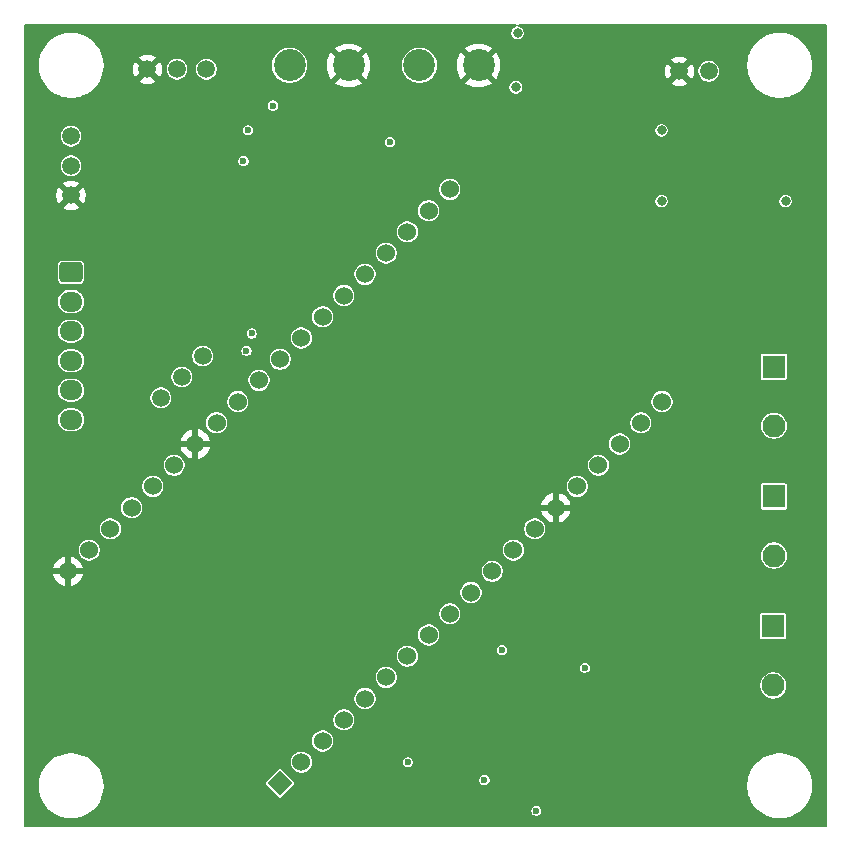
<source format=gbr>
%TF.GenerationSoftware,KiCad,Pcbnew,9.0.1*%
%TF.CreationDate,2025-04-15T15:10:41-07:00*%
%TF.ProjectId,IO:Sensor Board,494f3a53-656e-4736-9f72-20426f617264,rev?*%
%TF.SameCoordinates,Original*%
%TF.FileFunction,Copper,L2,Inr*%
%TF.FilePolarity,Positive*%
%FSLAX46Y46*%
G04 Gerber Fmt 4.6, Leading zero omitted, Abs format (unit mm)*
G04 Created by KiCad (PCBNEW 9.0.1) date 2025-04-15 15:10:41*
%MOMM*%
%LPD*%
G01*
G04 APERTURE LIST*
G04 Aperture macros list*
%AMRoundRect*
0 Rectangle with rounded corners*
0 $1 Rounding radius*
0 $2 $3 $4 $5 $6 $7 $8 $9 X,Y pos of 4 corners*
0 Add a 4 corners polygon primitive as box body*
4,1,4,$2,$3,$4,$5,$6,$7,$8,$9,$2,$3,0*
0 Add four circle primitives for the rounded corners*
1,1,$1+$1,$2,$3*
1,1,$1+$1,$4,$5*
1,1,$1+$1,$6,$7*
1,1,$1+$1,$8,$9*
0 Add four rect primitives between the rounded corners*
20,1,$1+$1,$2,$3,$4,$5,0*
20,1,$1+$1,$4,$5,$6,$7,0*
20,1,$1+$1,$6,$7,$8,$9,0*
20,1,$1+$1,$8,$9,$2,$3,0*%
%AMRotRect*
0 Rectangle, with rotation*
0 The origin of the aperture is its center*
0 $1 length*
0 $2 width*
0 $3 Rotation angle, in degrees counterclockwise*
0 Add horizontal line*
21,1,$1,$2,0,0,$3*%
G04 Aperture macros list end*
%TA.AperFunction,ComponentPad*%
%ADD10C,1.498600*%
%TD*%
%TA.AperFunction,ComponentPad*%
%ADD11R,1.950000X1.950000*%
%TD*%
%TA.AperFunction,ComponentPad*%
%ADD12C,1.950000*%
%TD*%
%TA.AperFunction,ComponentPad*%
%ADD13C,2.700000*%
%TD*%
%TA.AperFunction,ComponentPad*%
%ADD14RotRect,1.530000X1.530000X135.000000*%
%TD*%
%TA.AperFunction,ComponentPad*%
%ADD15C,1.530000*%
%TD*%
%TA.AperFunction,ComponentPad*%
%ADD16RoundRect,0.250000X-0.725000X0.600000X-0.725000X-0.600000X0.725000X-0.600000X0.725000X0.600000X0*%
%TD*%
%TA.AperFunction,ComponentPad*%
%ADD17O,1.950000X1.700000*%
%TD*%
%TA.AperFunction,ViaPad*%
%ADD18C,0.600000*%
%TD*%
%TA.AperFunction,ViaPad*%
%ADD19C,0.800000*%
%TD*%
G04 APERTURE END LIST*
D10*
%TO.N,PYRO_1*%
%TO.C,J1*%
X146142393Y-95606859D03*
%TO.N,PYRO_2*%
X144374626Y-97374626D03*
%TO.N,PYRO_3*%
X142606859Y-99142393D03*
%TD*%
D11*
%TO.N,Net-(P2-Pad1)*%
%TO.C,P2*%
X194500000Y-107500000D03*
D12*
%TO.N,+12V*%
X194500000Y-112500000D03*
%TD*%
D13*
%TO.N,+12V*%
%TO.C,U10*%
X164500000Y-71000000D03*
%TO.N,GND*%
X169500000Y-71000000D03*
%TD*%
D11*
%TO.N,Net-(P3-Pad1)*%
%TO.C,P3*%
X194500000Y-96500000D03*
D12*
%TO.N,+12V*%
X194500000Y-101500000D03*
%TD*%
D10*
%TO.N,+5V_b*%
%TO.C,J4*%
X189000000Y-71500000D03*
%TO.N,GND*%
X186500000Y-71500000D03*
%TD*%
%TO.N,SERVO_6*%
%TO.C,J5*%
X135000000Y-77000000D03*
%TO.N,+5V_b*%
X135000000Y-79500000D03*
%TO.N,GND*%
X135000000Y-82000000D03*
%TD*%
D14*
%TO.N,unconnected-(U2-3V3-Pad1)*%
%TO.C,U2*%
X152703949Y-131796051D03*
D15*
%TO.N,unconnected-(U2-EN-Pad2)*%
X154500000Y-130000000D03*
%TO.N,SERVO_1*%
X156296052Y-128203949D03*
%TO.N,SERVO_2*%
X158092103Y-126407897D03*
%TO.N,SERVO_3*%
X159888154Y-124611846D03*
%TO.N,SERVO_4*%
X161684205Y-122815795D03*
%TO.N,PYRO_4*%
X163480257Y-121019744D03*
%TO.N,PYRO_5*%
X165276308Y-119223693D03*
%TO.N,unconnected-(U2-IO25-Pad9)*%
X167072359Y-117427641D03*
%TO.N,unconnected-(U2-IO26-Pad10)*%
X168868410Y-115631590D03*
%TO.N,unconnected-(U2-IO27-Pad11)*%
X170664461Y-113835539D03*
%TO.N,ICM_CLK*%
X172460513Y-112039488D03*
%TO.N,ICM_MISO*%
X174256564Y-110243436D03*
%TO.N,GND*%
X176052615Y-108447385D03*
%TO.N,ICM_MOSI*%
X177848666Y-106651334D03*
%TO.N,PYRO_6*%
X179644718Y-104855283D03*
%TO.N,PYRO_7*%
X181440769Y-103059231D03*
%TO.N,PYRO_8*%
X183236820Y-101263180D03*
%TO.N,+5V_a*%
X185032871Y-99467129D03*
%TO.N,unconnected-(U2-CLK-Pad20)*%
X167072359Y-81506617D03*
%TO.N,unconnected-(U2-SD0-Pad21)*%
X165276308Y-83302668D03*
%TO.N,unconnected-(U2-SD1-Pad22)*%
X163480257Y-85098719D03*
%TO.N,ICM_CS*%
X161684205Y-86894770D03*
%TO.N,unconnected-(U2-IO2-Pad24)*%
X159888154Y-88690822D03*
%TO.N,unconnected-(U2-IO0-Pad25)*%
X158092103Y-90486873D03*
%TO.N,unconnected-(U2-IO4-Pad26)*%
X156296052Y-92282924D03*
%TO.N,SERVO_5*%
X154500000Y-94078975D03*
%TO.N,SERVO_6*%
X152703949Y-95875027D03*
%TO.N,BMP_CS*%
X150907898Y-97671078D03*
%TO.N,BMP_CLK*%
X149111847Y-99467129D03*
%TO.N,BMP_MISO*%
X147315795Y-101263180D03*
%TO.N,GND*%
X145519744Y-103059231D03*
%TO.N,unconnected-(U2-IO21-Pad33)*%
X143723693Y-104855283D03*
%TO.N,PYRO_1*%
X141927642Y-106651334D03*
%TO.N,PYRO_2*%
X140131591Y-108447385D03*
%TO.N,PYRO_3*%
X138335539Y-110243436D03*
%TO.N,BMP_MOSI*%
X136539488Y-112039488D03*
%TO.N,GND*%
X134743437Y-113835539D03*
%TD*%
D10*
%TO.N,SERVO_5*%
%TO.C,J2*%
X146466600Y-71329801D03*
%TO.N,+5V_b*%
X143966600Y-71329801D03*
%TO.N,GND*%
X141466600Y-71329801D03*
%TD*%
D16*
%TO.N,SERVO_1*%
%TO.C,J3*%
X135000000Y-88500000D03*
D17*
%TO.N,SERVO_2*%
X135000000Y-91000000D03*
%TO.N,SERVO_3*%
X135000000Y-93500000D03*
%TO.N,SERVO_4*%
X135000000Y-95999999D03*
%TO.N,PYRO_4*%
X134999999Y-98499999D03*
%TO.N,PYRO_5*%
X135000000Y-101000000D03*
%TD*%
D11*
%TO.N,Net-(P1-Pad1)*%
%TO.C,P1*%
X194462500Y-118500000D03*
D12*
%TO.N,+12V*%
X194462500Y-123500000D03*
%TD*%
D13*
%TO.N,+12V*%
%TO.C,U8*%
X153500000Y-71000000D03*
%TO.N,GND*%
X158500000Y-71000000D03*
%TD*%
D18*
%TO.N,GND*%
X145175302Y-76186325D03*
D19*
X189000000Y-132500000D03*
D18*
X152231775Y-90500000D03*
D19*
X188080000Y-112900000D03*
D18*
X156500000Y-75000000D03*
X146424375Y-86251819D03*
D19*
X188760000Y-121350001D03*
D18*
X180200001Y-125500000D03*
X141611915Y-80682712D03*
X154001213Y-75963252D03*
X151725629Y-84821974D03*
X142588226Y-85903759D03*
X177000000Y-122000000D03*
X183500000Y-84000000D03*
X153326086Y-84938125D03*
X172000001Y-131400001D03*
D19*
X182500000Y-69000000D03*
D18*
X173500000Y-82000000D03*
X175000000Y-119000000D03*
X148702748Y-84521454D03*
D19*
X192000000Y-77000000D03*
D18*
X166500001Y-124500001D03*
X151376086Y-83238125D03*
X141094532Y-74629459D03*
D19*
%TO.N,+5V_b*%
X172650000Y-72850000D03*
D18*
%TO.N,ICM_MOSI*%
X171500000Y-120500000D03*
%TO.N,+3.3V_b*%
X152100000Y-74400000D03*
X174400000Y-134100000D03*
X150000000Y-76500000D03*
X149600000Y-79100000D03*
D19*
%TO.N,+12V*%
X185000000Y-76500000D03*
X172800000Y-68251000D03*
%TO.N,Net-(JP2-A)*%
X185000000Y-82500000D03*
X195500000Y-82500000D03*
D18*
%TO.N,+1.8V*%
X163500000Y-130000000D03*
X162000000Y-77500000D03*
%TO.N,ICM_MISO*%
X178500000Y-122000000D03*
X170000000Y-131500000D03*
%TO.N,BMP_MISO*%
X149850000Y-95150000D03*
%TO.N,BMP_MOSI*%
X150300000Y-93700000D03*
%TD*%
%TA.AperFunction,Conductor*%
%TO.N,GND*%
G36*
X172676375Y-67520185D02*
G01*
X172722130Y-67572989D01*
X172732074Y-67642147D01*
X172703049Y-67705703D01*
X172644271Y-67743477D01*
X172641465Y-67744264D01*
X172595235Y-67756652D01*
X172595232Y-67756653D01*
X172474263Y-67826495D01*
X172375495Y-67925263D01*
X172305653Y-68046232D01*
X172305652Y-68046235D01*
X172269500Y-68181158D01*
X172269500Y-68320842D01*
X172305652Y-68455765D01*
X172375494Y-68576735D01*
X172474265Y-68675506D01*
X172595235Y-68745348D01*
X172730158Y-68781500D01*
X172730160Y-68781500D01*
X172869840Y-68781500D01*
X172869842Y-68781500D01*
X173004765Y-68745348D01*
X173125735Y-68675506D01*
X173224506Y-68576735D01*
X173294348Y-68455765D01*
X173330500Y-68320842D01*
X173330500Y-68181158D01*
X173294348Y-68046235D01*
X173224506Y-67925265D01*
X173125735Y-67826494D01*
X173004765Y-67756652D01*
X172958569Y-67744274D01*
X172898910Y-67707910D01*
X172868381Y-67645064D01*
X172876675Y-67575688D01*
X172921161Y-67521810D01*
X172987712Y-67500535D01*
X172990664Y-67500500D01*
X198875500Y-67500500D01*
X198942539Y-67520185D01*
X198988294Y-67572989D01*
X198999500Y-67624500D01*
X198999500Y-135375500D01*
X198979815Y-135442539D01*
X198927011Y-135488294D01*
X198875500Y-135499500D01*
X131124500Y-135499500D01*
X131057461Y-135479815D01*
X131011706Y-135427011D01*
X131000500Y-135375500D01*
X131000500Y-131845528D01*
X132249500Y-131845528D01*
X132249500Y-132154471D01*
X132284086Y-132461437D01*
X132284089Y-132461455D01*
X132352831Y-132762635D01*
X132352835Y-132762647D01*
X132454862Y-133054222D01*
X132454868Y-133054236D01*
X132588903Y-133332562D01*
X132588905Y-133332565D01*
X132753265Y-133594143D01*
X132945880Y-133835674D01*
X133164326Y-134054120D01*
X133405857Y-134246735D01*
X133667435Y-134411095D01*
X133945771Y-134545135D01*
X133945777Y-134545137D01*
X134237352Y-134647164D01*
X134237364Y-134647168D01*
X134538548Y-134715911D01*
X134538554Y-134715911D01*
X134538562Y-134715913D01*
X134743206Y-134738970D01*
X134845529Y-134750499D01*
X134845532Y-134750500D01*
X134845535Y-134750500D01*
X135154468Y-134750500D01*
X135154469Y-134750499D01*
X135311356Y-134732822D01*
X135461437Y-134715913D01*
X135461442Y-134715912D01*
X135461452Y-134715911D01*
X135762636Y-134647168D01*
X136054229Y-134545135D01*
X136332565Y-134411095D01*
X136594143Y-134246735D01*
X136835674Y-134054120D01*
X136846470Y-134043324D01*
X173969500Y-134043324D01*
X173969500Y-134156675D01*
X173998838Y-134266166D01*
X173998839Y-134266169D01*
X174055511Y-134364329D01*
X174055513Y-134364332D01*
X174055514Y-134364333D01*
X174135667Y-134444486D01*
X174233833Y-134501162D01*
X174343324Y-134530500D01*
X174343326Y-134530500D01*
X174456674Y-134530500D01*
X174456676Y-134530500D01*
X174566167Y-134501162D01*
X174664333Y-134444486D01*
X174744486Y-134364333D01*
X174801162Y-134266167D01*
X174830500Y-134156676D01*
X174830500Y-134043324D01*
X174801162Y-133933833D01*
X174744490Y-133835674D01*
X174744488Y-133835670D01*
X174744484Y-133835665D01*
X174664334Y-133755515D01*
X174664329Y-133755511D01*
X174566169Y-133698839D01*
X174566168Y-133698838D01*
X174566167Y-133698838D01*
X174456676Y-133669500D01*
X174343324Y-133669500D01*
X174233833Y-133698838D01*
X174233830Y-133698839D01*
X174135670Y-133755511D01*
X174135665Y-133755515D01*
X174055515Y-133835665D01*
X174055511Y-133835670D01*
X173998839Y-133933830D01*
X173998838Y-133933833D01*
X173969500Y-134043324D01*
X136846470Y-134043324D01*
X137054120Y-133835674D01*
X137246735Y-133594143D01*
X137411095Y-133332565D01*
X137545135Y-133054229D01*
X137647168Y-132762636D01*
X137715911Y-132461452D01*
X137750500Y-132154465D01*
X137750500Y-131845535D01*
X137744924Y-131796050D01*
X151489018Y-131796050D01*
X151499147Y-131846970D01*
X151520709Y-131879241D01*
X151520712Y-131879244D01*
X152620749Y-132979278D01*
X152620761Y-132979290D01*
X152653030Y-133000853D01*
X152695499Y-133009301D01*
X152703948Y-133010982D01*
X152703948Y-133010981D01*
X152703949Y-133010982D01*
X152754868Y-133000853D01*
X152787137Y-132979292D01*
X153887188Y-131879239D01*
X153908751Y-131846970D01*
X153918880Y-131796051D01*
X153908751Y-131745132D01*
X153887190Y-131712863D01*
X153887189Y-131712862D01*
X153887188Y-131712860D01*
X153887185Y-131712857D01*
X153697205Y-131522878D01*
X153617651Y-131443324D01*
X169569500Y-131443324D01*
X169569500Y-131556675D01*
X169598838Y-131666166D01*
X169598839Y-131666169D01*
X169655511Y-131764329D01*
X169655513Y-131764332D01*
X169655514Y-131764333D01*
X169735667Y-131844486D01*
X169735668Y-131844487D01*
X169735670Y-131844488D01*
X169739969Y-131846970D01*
X169833833Y-131901162D01*
X169943324Y-131930500D01*
X169943326Y-131930500D01*
X170056674Y-131930500D01*
X170056676Y-131930500D01*
X170166167Y-131901162D01*
X170262528Y-131845528D01*
X192249500Y-131845528D01*
X192249500Y-132154471D01*
X192284086Y-132461437D01*
X192284089Y-132461455D01*
X192352831Y-132762635D01*
X192352835Y-132762647D01*
X192454862Y-133054222D01*
X192454868Y-133054236D01*
X192588903Y-133332562D01*
X192588905Y-133332565D01*
X192753265Y-133594143D01*
X192945880Y-133835674D01*
X193164326Y-134054120D01*
X193405857Y-134246735D01*
X193667435Y-134411095D01*
X193945771Y-134545135D01*
X193945777Y-134545137D01*
X194237352Y-134647164D01*
X194237364Y-134647168D01*
X194538548Y-134715911D01*
X194538554Y-134715911D01*
X194538562Y-134715913D01*
X194743206Y-134738970D01*
X194845529Y-134750499D01*
X194845532Y-134750500D01*
X194845535Y-134750500D01*
X195154468Y-134750500D01*
X195154469Y-134750499D01*
X195311356Y-134732822D01*
X195461437Y-134715913D01*
X195461442Y-134715912D01*
X195461452Y-134715911D01*
X195762636Y-134647168D01*
X196054229Y-134545135D01*
X196332565Y-134411095D01*
X196594143Y-134246735D01*
X196835674Y-134054120D01*
X197054120Y-133835674D01*
X197246735Y-133594143D01*
X197411095Y-133332565D01*
X197545135Y-133054229D01*
X197647168Y-132762636D01*
X197715911Y-132461452D01*
X197750500Y-132154465D01*
X197750500Y-131845535D01*
X197750499Y-131845530D01*
X197750499Y-131845528D01*
X197750381Y-131844484D01*
X197735551Y-131712857D01*
X197715913Y-131538562D01*
X197715910Y-131538544D01*
X197647168Y-131237364D01*
X197647164Y-131237352D01*
X197545137Y-130945777D01*
X197545135Y-130945771D01*
X197411095Y-130667435D01*
X197246735Y-130405857D01*
X197054120Y-130164326D01*
X196835674Y-129945880D01*
X196832471Y-129943326D01*
X196695168Y-129833830D01*
X196594143Y-129753265D01*
X196332565Y-129588905D01*
X196332562Y-129588903D01*
X196054236Y-129454868D01*
X196054222Y-129454862D01*
X195762647Y-129352835D01*
X195762635Y-129352831D01*
X195461455Y-129284089D01*
X195461437Y-129284086D01*
X195154471Y-129249500D01*
X195154465Y-129249500D01*
X194845535Y-129249500D01*
X194845528Y-129249500D01*
X194538562Y-129284086D01*
X194538544Y-129284089D01*
X194237364Y-129352831D01*
X194237352Y-129352835D01*
X193945777Y-129454862D01*
X193945763Y-129454868D01*
X193667437Y-129588903D01*
X193405858Y-129753264D01*
X193164326Y-129945879D01*
X192945879Y-130164326D01*
X192753264Y-130405858D01*
X192588903Y-130667437D01*
X192454868Y-130945763D01*
X192454862Y-130945777D01*
X192352835Y-131237352D01*
X192352831Y-131237364D01*
X192284089Y-131538544D01*
X192284086Y-131538562D01*
X192249500Y-131845528D01*
X170262528Y-131845528D01*
X170264333Y-131844486D01*
X170344486Y-131764333D01*
X170401162Y-131666167D01*
X170430500Y-131556676D01*
X170430500Y-131443324D01*
X170401162Y-131333833D01*
X170371683Y-131282773D01*
X170344488Y-131235670D01*
X170344484Y-131235665D01*
X170264334Y-131155515D01*
X170264329Y-131155511D01*
X170166169Y-131098839D01*
X170166168Y-131098838D01*
X170166167Y-131098838D01*
X170056676Y-131069500D01*
X169943324Y-131069500D01*
X169833833Y-131098838D01*
X169833830Y-131098839D01*
X169735670Y-131155511D01*
X169735665Y-131155515D01*
X169655515Y-131235665D01*
X169655511Y-131235670D01*
X169598839Y-131333830D01*
X169598838Y-131333833D01*
X169569500Y-131443324D01*
X153617651Y-131443324D01*
X152787140Y-130612815D01*
X152787137Y-130612812D01*
X152754868Y-130591249D01*
X152703949Y-130581120D01*
X152653029Y-130591249D01*
X152620758Y-130612811D01*
X152620755Y-130612814D01*
X151520713Y-131712859D01*
X151520711Y-131712862D01*
X151499147Y-131745132D01*
X151489018Y-131796050D01*
X137744924Y-131796050D01*
X137715913Y-131538562D01*
X137715910Y-131538544D01*
X137647168Y-131237364D01*
X137647164Y-131237352D01*
X137545137Y-130945777D01*
X137545135Y-130945771D01*
X137411095Y-130667435D01*
X137246735Y-130405857D01*
X137054120Y-130164326D01*
X136977995Y-130088201D01*
X153604499Y-130088201D01*
X153638912Y-130261202D01*
X153638915Y-130261212D01*
X153706414Y-130424171D01*
X153706421Y-130424184D01*
X153804419Y-130570847D01*
X153804422Y-130570851D01*
X153929148Y-130695577D01*
X153929152Y-130695580D01*
X154075815Y-130793578D01*
X154075828Y-130793585D01*
X154238787Y-130861084D01*
X154238792Y-130861086D01*
X154238796Y-130861086D01*
X154238797Y-130861087D01*
X154411798Y-130895500D01*
X154411801Y-130895500D01*
X154588201Y-130895500D01*
X154704593Y-130872347D01*
X154761208Y-130861086D01*
X154924178Y-130793582D01*
X155070848Y-130695580D01*
X155195580Y-130570848D01*
X155293582Y-130424178D01*
X155303116Y-130401162D01*
X155359791Y-130264334D01*
X155361086Y-130261208D01*
X155395500Y-130088199D01*
X155395500Y-129943324D01*
X163069500Y-129943324D01*
X163069500Y-130056675D01*
X163098838Y-130166166D01*
X163098839Y-130166169D01*
X163155511Y-130264329D01*
X163155513Y-130264332D01*
X163155514Y-130264333D01*
X163235667Y-130344486D01*
X163333833Y-130401162D01*
X163443324Y-130430500D01*
X163443326Y-130430500D01*
X163556674Y-130430500D01*
X163556676Y-130430500D01*
X163666167Y-130401162D01*
X163764333Y-130344486D01*
X163844486Y-130264333D01*
X163901162Y-130166167D01*
X163930500Y-130056676D01*
X163930500Y-129943324D01*
X163901162Y-129833833D01*
X163846290Y-129738792D01*
X163844488Y-129735670D01*
X163844484Y-129735665D01*
X163764334Y-129655515D01*
X163764329Y-129655511D01*
X163666169Y-129598839D01*
X163666168Y-129598838D01*
X163666167Y-129598838D01*
X163556676Y-129569500D01*
X163443324Y-129569500D01*
X163333833Y-129598838D01*
X163333830Y-129598839D01*
X163235670Y-129655511D01*
X163235665Y-129655515D01*
X163155515Y-129735665D01*
X163155511Y-129735670D01*
X163098839Y-129833830D01*
X163098838Y-129833833D01*
X163069500Y-129943324D01*
X155395500Y-129943324D01*
X155395500Y-129911801D01*
X155395500Y-129911798D01*
X155361087Y-129738797D01*
X155361086Y-129738796D01*
X155361086Y-129738792D01*
X155326592Y-129655515D01*
X155293585Y-129575828D01*
X155293578Y-129575815D01*
X155195580Y-129429152D01*
X155195577Y-129429148D01*
X155070851Y-129304422D01*
X155070847Y-129304419D01*
X154924184Y-129206421D01*
X154924171Y-129206414D01*
X154761212Y-129138915D01*
X154761202Y-129138912D01*
X154588201Y-129104500D01*
X154588199Y-129104500D01*
X154411801Y-129104500D01*
X154411799Y-129104500D01*
X154238797Y-129138912D01*
X154238787Y-129138915D01*
X154075828Y-129206414D01*
X154075815Y-129206421D01*
X153929152Y-129304419D01*
X153929148Y-129304422D01*
X153804422Y-129429148D01*
X153804419Y-129429152D01*
X153706421Y-129575815D01*
X153706414Y-129575828D01*
X153638915Y-129738787D01*
X153638912Y-129738797D01*
X153604500Y-129911798D01*
X153604500Y-129911801D01*
X153604500Y-130088199D01*
X153604500Y-130088201D01*
X153604499Y-130088201D01*
X136977995Y-130088201D01*
X136835674Y-129945880D01*
X136832471Y-129943326D01*
X136695168Y-129833830D01*
X136594143Y-129753265D01*
X136332565Y-129588905D01*
X136332562Y-129588903D01*
X136054236Y-129454868D01*
X136054222Y-129454862D01*
X135762647Y-129352835D01*
X135762635Y-129352831D01*
X135461455Y-129284089D01*
X135461437Y-129284086D01*
X135154471Y-129249500D01*
X135154465Y-129249500D01*
X134845535Y-129249500D01*
X134845528Y-129249500D01*
X134538562Y-129284086D01*
X134538544Y-129284089D01*
X134237364Y-129352831D01*
X134237352Y-129352835D01*
X133945777Y-129454862D01*
X133945763Y-129454868D01*
X133667437Y-129588903D01*
X133405858Y-129753264D01*
X133164326Y-129945879D01*
X132945879Y-130164326D01*
X132753264Y-130405858D01*
X132588903Y-130667437D01*
X132454868Y-130945763D01*
X132454862Y-130945777D01*
X132352835Y-131237352D01*
X132352831Y-131237364D01*
X132284089Y-131538544D01*
X132284086Y-131538562D01*
X132249500Y-131845528D01*
X131000500Y-131845528D01*
X131000500Y-128292150D01*
X155400551Y-128292150D01*
X155434964Y-128465151D01*
X155434967Y-128465161D01*
X155502466Y-128628120D01*
X155502473Y-128628133D01*
X155600471Y-128774796D01*
X155600474Y-128774800D01*
X155725200Y-128899526D01*
X155725204Y-128899529D01*
X155871867Y-128997527D01*
X155871880Y-128997534D01*
X156034839Y-129065033D01*
X156034844Y-129065035D01*
X156034848Y-129065035D01*
X156034849Y-129065036D01*
X156207850Y-129099449D01*
X156207853Y-129099449D01*
X156384253Y-129099449D01*
X156500645Y-129076296D01*
X156557260Y-129065035D01*
X156720230Y-128997531D01*
X156866900Y-128899529D01*
X156991632Y-128774797D01*
X157089634Y-128628127D01*
X157157138Y-128465157D01*
X157191552Y-128292148D01*
X157191552Y-128115750D01*
X157191552Y-128115747D01*
X157157139Y-127942746D01*
X157157138Y-127942745D01*
X157157138Y-127942741D01*
X157157136Y-127942736D01*
X157089637Y-127779777D01*
X157089630Y-127779764D01*
X156991632Y-127633101D01*
X156991629Y-127633097D01*
X156866903Y-127508371D01*
X156866899Y-127508368D01*
X156720236Y-127410370D01*
X156720223Y-127410363D01*
X156557264Y-127342864D01*
X156557254Y-127342861D01*
X156384253Y-127308449D01*
X156384251Y-127308449D01*
X156207853Y-127308449D01*
X156207851Y-127308449D01*
X156034849Y-127342861D01*
X156034839Y-127342864D01*
X155871880Y-127410363D01*
X155871867Y-127410370D01*
X155725204Y-127508368D01*
X155725200Y-127508371D01*
X155600474Y-127633097D01*
X155600471Y-127633101D01*
X155502473Y-127779764D01*
X155502466Y-127779777D01*
X155434967Y-127942736D01*
X155434964Y-127942746D01*
X155400552Y-128115747D01*
X155400552Y-128115750D01*
X155400552Y-128292148D01*
X155400552Y-128292150D01*
X155400551Y-128292150D01*
X131000500Y-128292150D01*
X131000500Y-126496098D01*
X157196602Y-126496098D01*
X157231015Y-126669099D01*
X157231018Y-126669109D01*
X157298517Y-126832068D01*
X157298524Y-126832081D01*
X157396522Y-126978744D01*
X157396525Y-126978748D01*
X157521251Y-127103474D01*
X157521255Y-127103477D01*
X157667918Y-127201475D01*
X157667931Y-127201482D01*
X157830890Y-127268981D01*
X157830895Y-127268983D01*
X157830899Y-127268983D01*
X157830900Y-127268984D01*
X158003901Y-127303397D01*
X158003904Y-127303397D01*
X158180304Y-127303397D01*
X158296696Y-127280244D01*
X158353311Y-127268983D01*
X158516281Y-127201479D01*
X158662951Y-127103477D01*
X158787683Y-126978745D01*
X158885685Y-126832075D01*
X158953189Y-126669105D01*
X158987603Y-126496096D01*
X158987603Y-126319698D01*
X158987603Y-126319695D01*
X158953190Y-126146694D01*
X158953189Y-126146693D01*
X158953189Y-126146689D01*
X158953187Y-126146684D01*
X158885688Y-125983725D01*
X158885681Y-125983712D01*
X158787683Y-125837049D01*
X158787680Y-125837045D01*
X158662954Y-125712319D01*
X158662950Y-125712316D01*
X158516287Y-125614318D01*
X158516274Y-125614311D01*
X158353315Y-125546812D01*
X158353305Y-125546809D01*
X158180304Y-125512397D01*
X158180302Y-125512397D01*
X158003904Y-125512397D01*
X158003902Y-125512397D01*
X157830900Y-125546809D01*
X157830890Y-125546812D01*
X157667931Y-125614311D01*
X157667918Y-125614318D01*
X157521255Y-125712316D01*
X157521251Y-125712319D01*
X157396525Y-125837045D01*
X157396522Y-125837049D01*
X157298524Y-125983712D01*
X157298517Y-125983725D01*
X157231018Y-126146684D01*
X157231015Y-126146694D01*
X157196603Y-126319695D01*
X157196603Y-126319698D01*
X157196603Y-126496096D01*
X157196603Y-126496098D01*
X157196602Y-126496098D01*
X131000500Y-126496098D01*
X131000500Y-124700047D01*
X158992653Y-124700047D01*
X159027066Y-124873048D01*
X159027069Y-124873058D01*
X159094568Y-125036017D01*
X159094575Y-125036030D01*
X159192573Y-125182693D01*
X159192576Y-125182697D01*
X159317302Y-125307423D01*
X159317306Y-125307426D01*
X159463969Y-125405424D01*
X159463982Y-125405431D01*
X159626941Y-125472930D01*
X159626946Y-125472932D01*
X159626950Y-125472932D01*
X159626951Y-125472933D01*
X159799952Y-125507346D01*
X159799955Y-125507346D01*
X159976355Y-125507346D01*
X160092747Y-125484193D01*
X160149362Y-125472932D01*
X160312332Y-125405428D01*
X160459002Y-125307426D01*
X160583734Y-125182694D01*
X160681736Y-125036024D01*
X160749240Y-124873054D01*
X160783654Y-124700045D01*
X160783654Y-124523647D01*
X160783654Y-124523644D01*
X160749241Y-124350643D01*
X160749240Y-124350642D01*
X160749240Y-124350638D01*
X160695205Y-124220185D01*
X160681739Y-124187674D01*
X160681732Y-124187661D01*
X160583734Y-124040998D01*
X160583731Y-124040994D01*
X160459005Y-123916268D01*
X160459001Y-123916265D01*
X160312338Y-123818267D01*
X160312325Y-123818260D01*
X160149366Y-123750761D01*
X160149356Y-123750758D01*
X159976355Y-123716346D01*
X159976353Y-123716346D01*
X159799955Y-123716346D01*
X159799953Y-123716346D01*
X159626951Y-123750758D01*
X159626941Y-123750761D01*
X159463982Y-123818260D01*
X159463969Y-123818267D01*
X159317306Y-123916265D01*
X159317302Y-123916268D01*
X159192576Y-124040994D01*
X159192573Y-124040998D01*
X159094575Y-124187661D01*
X159094568Y-124187674D01*
X159027069Y-124350633D01*
X159027066Y-124350643D01*
X158992654Y-124523644D01*
X158992654Y-124523647D01*
X158992654Y-124700045D01*
X158992654Y-124700047D01*
X158992653Y-124700047D01*
X131000500Y-124700047D01*
X131000500Y-122903996D01*
X160788704Y-122903996D01*
X160823117Y-123076997D01*
X160823120Y-123077007D01*
X160890619Y-123239966D01*
X160890626Y-123239979D01*
X160988624Y-123386642D01*
X160988627Y-123386646D01*
X161113353Y-123511372D01*
X161113357Y-123511375D01*
X161260020Y-123609373D01*
X161260033Y-123609380D01*
X161422992Y-123676879D01*
X161422997Y-123676881D01*
X161423001Y-123676881D01*
X161423002Y-123676882D01*
X161596003Y-123711295D01*
X161596006Y-123711295D01*
X161772406Y-123711295D01*
X161888798Y-123688142D01*
X161945413Y-123676881D01*
X162108383Y-123609377D01*
X162255053Y-123511375D01*
X162353439Y-123412989D01*
X193357000Y-123412989D01*
X193357000Y-123587010D01*
X193384220Y-123758872D01*
X193437994Y-123924369D01*
X193516994Y-124079411D01*
X193619266Y-124220178D01*
X193619270Y-124220183D01*
X193742316Y-124343229D01*
X193742321Y-124343233D01*
X193865105Y-124432440D01*
X193883092Y-124445508D01*
X193981881Y-124495844D01*
X194038130Y-124524505D01*
X194038132Y-124524505D01*
X194038135Y-124524507D01*
X194126843Y-124553330D01*
X194203627Y-124578279D01*
X194375490Y-124605500D01*
X194375495Y-124605500D01*
X194549510Y-124605500D01*
X194721372Y-124578279D01*
X194886865Y-124524507D01*
X195041908Y-124445508D01*
X195182685Y-124343228D01*
X195305728Y-124220185D01*
X195408008Y-124079408D01*
X195487007Y-123924365D01*
X195540779Y-123758872D01*
X195542064Y-123750758D01*
X195568000Y-123587010D01*
X195568000Y-123412989D01*
X195540779Y-123241127D01*
X195515830Y-123164343D01*
X195487007Y-123075635D01*
X195487005Y-123075632D01*
X195487005Y-123075630D01*
X195458344Y-123019381D01*
X195408008Y-122920592D01*
X195394940Y-122902605D01*
X195305733Y-122779821D01*
X195305729Y-122779816D01*
X195182683Y-122656770D01*
X195182678Y-122656766D01*
X195041911Y-122554494D01*
X195041910Y-122554493D01*
X195041908Y-122554492D01*
X194993492Y-122529823D01*
X194886869Y-122475494D01*
X194721372Y-122421720D01*
X194549510Y-122394500D01*
X194549505Y-122394500D01*
X194375495Y-122394500D01*
X194375490Y-122394500D01*
X194203627Y-122421720D01*
X194038130Y-122475494D01*
X193883088Y-122554494D01*
X193742321Y-122656766D01*
X193742316Y-122656770D01*
X193619270Y-122779816D01*
X193619266Y-122779821D01*
X193516994Y-122920588D01*
X193437994Y-123075630D01*
X193384220Y-123241127D01*
X193357000Y-123412989D01*
X162353439Y-123412989D01*
X162379785Y-123386643D01*
X162477787Y-123239973D01*
X162545291Y-123077003D01*
X162556552Y-123020388D01*
X162579705Y-122903996D01*
X162579705Y-122727593D01*
X162545292Y-122554592D01*
X162545291Y-122554591D01*
X162545291Y-122554587D01*
X162545289Y-122554582D01*
X162477790Y-122391623D01*
X162477783Y-122391610D01*
X162379785Y-122244947D01*
X162379782Y-122244943D01*
X162255056Y-122120217D01*
X162255052Y-122120214D01*
X162108389Y-122022216D01*
X162108376Y-122022209D01*
X161945417Y-121954710D01*
X161945407Y-121954707D01*
X161888181Y-121943324D01*
X178069500Y-121943324D01*
X178069500Y-122056675D01*
X178098838Y-122166166D01*
X178098839Y-122166169D01*
X178155511Y-122264329D01*
X178155513Y-122264332D01*
X178155514Y-122264333D01*
X178235667Y-122344486D01*
X178333833Y-122401162D01*
X178443324Y-122430500D01*
X178443326Y-122430500D01*
X178556674Y-122430500D01*
X178556676Y-122430500D01*
X178666167Y-122401162D01*
X178764333Y-122344486D01*
X178844486Y-122264333D01*
X178901162Y-122166167D01*
X178930500Y-122056676D01*
X178930500Y-121943324D01*
X178901162Y-121833833D01*
X178844486Y-121735667D01*
X178764333Y-121655514D01*
X178764332Y-121655513D01*
X178764329Y-121655511D01*
X178666169Y-121598839D01*
X178666168Y-121598838D01*
X178666167Y-121598838D01*
X178556676Y-121569500D01*
X178443324Y-121569500D01*
X178333833Y-121598838D01*
X178333830Y-121598839D01*
X178235670Y-121655511D01*
X178235665Y-121655515D01*
X178155515Y-121735665D01*
X178155511Y-121735670D01*
X178098839Y-121833830D01*
X178098838Y-121833833D01*
X178069500Y-121943324D01*
X161888181Y-121943324D01*
X161772406Y-121920295D01*
X161772404Y-121920295D01*
X161596006Y-121920295D01*
X161596004Y-121920295D01*
X161423002Y-121954707D01*
X161422992Y-121954710D01*
X161260033Y-122022209D01*
X161260020Y-122022216D01*
X161113357Y-122120214D01*
X161113353Y-122120217D01*
X160988627Y-122244943D01*
X160988624Y-122244947D01*
X160890626Y-122391610D01*
X160890619Y-122391623D01*
X160823120Y-122554582D01*
X160823117Y-122554592D01*
X160788705Y-122727593D01*
X160788705Y-122727596D01*
X160788705Y-122903994D01*
X160788705Y-122903996D01*
X160788704Y-122903996D01*
X131000500Y-122903996D01*
X131000500Y-121107945D01*
X162584756Y-121107945D01*
X162619169Y-121280946D01*
X162619172Y-121280956D01*
X162686671Y-121443915D01*
X162686678Y-121443928D01*
X162784676Y-121590591D01*
X162784679Y-121590595D01*
X162909405Y-121715321D01*
X162909409Y-121715324D01*
X163056072Y-121813322D01*
X163056085Y-121813329D01*
X163219044Y-121880828D01*
X163219049Y-121880830D01*
X163219053Y-121880830D01*
X163219054Y-121880831D01*
X163392055Y-121915244D01*
X163392058Y-121915244D01*
X163568458Y-121915244D01*
X163684850Y-121892091D01*
X163741465Y-121880830D01*
X163807254Y-121853579D01*
X163886788Y-121820636D01*
X163904429Y-121813329D01*
X163904432Y-121813327D01*
X163904435Y-121813326D01*
X164051105Y-121715324D01*
X164175837Y-121590592D01*
X164273839Y-121443922D01*
X164341343Y-121280952D01*
X164375757Y-121107943D01*
X164375757Y-120931545D01*
X164375757Y-120931542D01*
X164341344Y-120758541D01*
X164341343Y-120758540D01*
X164341343Y-120758536D01*
X164303083Y-120666167D01*
X164273842Y-120595572D01*
X164273835Y-120595559D01*
X164212716Y-120504088D01*
X164175837Y-120448896D01*
X164175834Y-120448892D01*
X164170266Y-120443324D01*
X171069500Y-120443324D01*
X171069500Y-120556675D01*
X171098838Y-120666166D01*
X171098839Y-120666169D01*
X171155511Y-120764329D01*
X171155513Y-120764332D01*
X171155514Y-120764333D01*
X171235667Y-120844486D01*
X171333833Y-120901162D01*
X171443324Y-120930500D01*
X171443326Y-120930500D01*
X171556674Y-120930500D01*
X171556676Y-120930500D01*
X171666167Y-120901162D01*
X171764333Y-120844486D01*
X171844486Y-120764333D01*
X171901162Y-120666167D01*
X171930500Y-120556676D01*
X171930500Y-120443324D01*
X171901162Y-120333833D01*
X171844486Y-120235667D01*
X171764333Y-120155514D01*
X171764332Y-120155513D01*
X171764329Y-120155511D01*
X171666169Y-120098839D01*
X171666168Y-120098838D01*
X171666167Y-120098838D01*
X171556676Y-120069500D01*
X171443324Y-120069500D01*
X171333833Y-120098838D01*
X171333830Y-120098839D01*
X171235670Y-120155511D01*
X171235665Y-120155515D01*
X171155515Y-120235665D01*
X171155511Y-120235670D01*
X171098839Y-120333830D01*
X171098838Y-120333833D01*
X171069500Y-120443324D01*
X164170266Y-120443324D01*
X164051108Y-120324166D01*
X164051104Y-120324163D01*
X163904441Y-120226165D01*
X163904428Y-120226158D01*
X163741469Y-120158659D01*
X163741459Y-120158656D01*
X163568458Y-120124244D01*
X163568456Y-120124244D01*
X163392058Y-120124244D01*
X163392056Y-120124244D01*
X163219054Y-120158656D01*
X163219044Y-120158659D01*
X163056085Y-120226158D01*
X163056072Y-120226165D01*
X162909409Y-120324163D01*
X162909405Y-120324166D01*
X162784679Y-120448892D01*
X162784676Y-120448896D01*
X162686678Y-120595559D01*
X162686671Y-120595572D01*
X162619172Y-120758531D01*
X162619169Y-120758541D01*
X162584757Y-120931542D01*
X162584757Y-120931545D01*
X162584757Y-121107943D01*
X162584757Y-121107945D01*
X162584756Y-121107945D01*
X131000500Y-121107945D01*
X131000500Y-119311894D01*
X164380807Y-119311894D01*
X164415220Y-119484895D01*
X164415223Y-119484905D01*
X164482722Y-119647864D01*
X164482729Y-119647877D01*
X164580727Y-119794540D01*
X164580730Y-119794544D01*
X164705456Y-119919270D01*
X164705460Y-119919273D01*
X164852123Y-120017271D01*
X164852136Y-120017278D01*
X164978213Y-120069500D01*
X165015100Y-120084779D01*
X165015104Y-120084779D01*
X165015105Y-120084780D01*
X165188106Y-120119193D01*
X165188109Y-120119193D01*
X165364509Y-120119193D01*
X165480901Y-120096040D01*
X165537516Y-120084779D01*
X165700486Y-120017275D01*
X165847156Y-119919273D01*
X165971888Y-119794541D01*
X166069890Y-119647871D01*
X166137394Y-119484901D01*
X166171808Y-119311892D01*
X166171808Y-119135494D01*
X166171808Y-119135491D01*
X166137395Y-118962490D01*
X166137394Y-118962489D01*
X166137394Y-118962485D01*
X166137392Y-118962480D01*
X166069893Y-118799521D01*
X166069886Y-118799508D01*
X165971888Y-118652845D01*
X165971885Y-118652841D01*
X165847159Y-118528115D01*
X165847155Y-118528112D01*
X165700492Y-118430114D01*
X165700479Y-118430107D01*
X165537520Y-118362608D01*
X165537510Y-118362605D01*
X165364509Y-118328193D01*
X165364507Y-118328193D01*
X165188109Y-118328193D01*
X165188107Y-118328193D01*
X165015105Y-118362605D01*
X165015095Y-118362608D01*
X164852136Y-118430107D01*
X164852123Y-118430114D01*
X164705460Y-118528112D01*
X164705456Y-118528115D01*
X164580730Y-118652841D01*
X164580727Y-118652845D01*
X164482729Y-118799508D01*
X164482722Y-118799521D01*
X164415223Y-118962480D01*
X164415220Y-118962490D01*
X164380808Y-119135491D01*
X164380808Y-119135494D01*
X164380808Y-119311892D01*
X164380808Y-119311894D01*
X164380807Y-119311894D01*
X131000500Y-119311894D01*
X131000500Y-117515842D01*
X166176858Y-117515842D01*
X166211271Y-117688843D01*
X166211274Y-117688853D01*
X166278773Y-117851812D01*
X166278780Y-117851825D01*
X166376778Y-117998488D01*
X166376781Y-117998492D01*
X166501507Y-118123218D01*
X166501511Y-118123221D01*
X166648174Y-118221219D01*
X166648187Y-118221226D01*
X166811146Y-118288725D01*
X166811151Y-118288727D01*
X166811155Y-118288727D01*
X166811156Y-118288728D01*
X166984157Y-118323141D01*
X166984160Y-118323141D01*
X167160560Y-118323141D01*
X167276952Y-118299988D01*
X167333567Y-118288727D01*
X167496537Y-118221223D01*
X167643207Y-118123221D01*
X167767939Y-117998489D01*
X167865941Y-117851819D01*
X167933445Y-117688849D01*
X167967859Y-117515840D01*
X167967859Y-117512141D01*
X193357000Y-117512141D01*
X193357000Y-119487850D01*
X193357001Y-119487858D01*
X193364570Y-119525916D01*
X193364571Y-119525919D01*
X193393414Y-119569086D01*
X193436581Y-119597929D01*
X193474645Y-119605500D01*
X195450354Y-119605499D01*
X195488419Y-119597929D01*
X195531586Y-119569086D01*
X195560429Y-119525919D01*
X195568000Y-119487855D01*
X195567999Y-117512146D01*
X195560429Y-117474081D01*
X195531586Y-117430914D01*
X195488419Y-117402071D01*
X195488418Y-117402070D01*
X195450357Y-117394500D01*
X193474649Y-117394500D01*
X193474641Y-117394501D01*
X193436583Y-117402070D01*
X193436580Y-117402071D01*
X193393414Y-117430914D01*
X193364570Y-117474081D01*
X193357000Y-117512141D01*
X167967859Y-117512141D01*
X167967859Y-117339442D01*
X167967859Y-117339439D01*
X167933446Y-117166438D01*
X167933445Y-117166437D01*
X167933445Y-117166433D01*
X167933443Y-117166428D01*
X167865944Y-117003469D01*
X167865937Y-117003456D01*
X167767939Y-116856793D01*
X167767936Y-116856789D01*
X167643210Y-116732063D01*
X167643206Y-116732060D01*
X167496543Y-116634062D01*
X167496530Y-116634055D01*
X167333571Y-116566556D01*
X167333561Y-116566553D01*
X167160560Y-116532141D01*
X167160558Y-116532141D01*
X166984160Y-116532141D01*
X166984158Y-116532141D01*
X166811156Y-116566553D01*
X166811146Y-116566556D01*
X166648187Y-116634055D01*
X166648174Y-116634062D01*
X166501511Y-116732060D01*
X166501507Y-116732063D01*
X166376781Y-116856789D01*
X166376778Y-116856793D01*
X166278780Y-117003456D01*
X166278773Y-117003469D01*
X166211274Y-117166428D01*
X166211271Y-117166438D01*
X166176859Y-117339439D01*
X166176859Y-117339442D01*
X166176859Y-117515840D01*
X166176859Y-117515842D01*
X166176858Y-117515842D01*
X131000500Y-117515842D01*
X131000500Y-115719791D01*
X167972909Y-115719791D01*
X168007322Y-115892792D01*
X168007325Y-115892802D01*
X168074824Y-116055761D01*
X168074831Y-116055774D01*
X168172829Y-116202437D01*
X168172832Y-116202441D01*
X168297558Y-116327167D01*
X168297562Y-116327170D01*
X168444225Y-116425168D01*
X168444238Y-116425175D01*
X168607197Y-116492674D01*
X168607202Y-116492676D01*
X168607206Y-116492676D01*
X168607207Y-116492677D01*
X168780208Y-116527090D01*
X168780211Y-116527090D01*
X168956611Y-116527090D01*
X169073003Y-116503937D01*
X169129618Y-116492676D01*
X169292588Y-116425172D01*
X169439258Y-116327170D01*
X169563990Y-116202438D01*
X169661992Y-116055768D01*
X169729496Y-115892798D01*
X169763910Y-115719789D01*
X169763910Y-115543391D01*
X169763910Y-115543388D01*
X169729497Y-115370387D01*
X169729496Y-115370386D01*
X169729496Y-115370382D01*
X169729494Y-115370377D01*
X169661995Y-115207418D01*
X169661988Y-115207405D01*
X169563990Y-115060742D01*
X169563987Y-115060738D01*
X169439261Y-114936012D01*
X169439257Y-114936009D01*
X169292594Y-114838011D01*
X169292581Y-114838004D01*
X169129622Y-114770505D01*
X169129612Y-114770502D01*
X168956611Y-114736090D01*
X168956609Y-114736090D01*
X168780211Y-114736090D01*
X168780209Y-114736090D01*
X168607207Y-114770502D01*
X168607197Y-114770505D01*
X168444238Y-114838004D01*
X168444225Y-114838011D01*
X168297562Y-114936009D01*
X168297558Y-114936012D01*
X168172832Y-115060738D01*
X168172829Y-115060742D01*
X168074831Y-115207405D01*
X168074824Y-115207418D01*
X168007325Y-115370377D01*
X168007322Y-115370387D01*
X167972910Y-115543388D01*
X167972910Y-115543391D01*
X167972910Y-115719789D01*
X167972910Y-115719791D01*
X167972909Y-115719791D01*
X131000500Y-115719791D01*
X131000500Y-113585539D01*
X133502264Y-113585539D01*
X134298877Y-113585539D01*
X134268192Y-113638686D01*
X134233437Y-113768396D01*
X134233437Y-113902682D01*
X134268192Y-114032392D01*
X134298877Y-114085539D01*
X133502264Y-114085539D01*
X133509584Y-114131761D01*
X133571116Y-114321135D01*
X133661512Y-114498544D01*
X133778551Y-114659632D01*
X133778551Y-114659633D01*
X133919342Y-114800424D01*
X134080431Y-114917463D01*
X134257842Y-115007859D01*
X134447214Y-115069391D01*
X134493436Y-115076710D01*
X134493437Y-115076710D01*
X134493437Y-114280099D01*
X134546584Y-114310784D01*
X134676294Y-114345539D01*
X134810580Y-114345539D01*
X134940290Y-114310784D01*
X134993437Y-114280099D01*
X134993437Y-115076710D01*
X135039659Y-115069391D01*
X135229031Y-115007859D01*
X135406442Y-114917463D01*
X135567530Y-114800424D01*
X135567531Y-114800424D01*
X135708322Y-114659633D01*
X135708322Y-114659632D01*
X135825361Y-114498544D01*
X135915757Y-114321135D01*
X135977289Y-114131761D01*
X135984610Y-114085539D01*
X135187997Y-114085539D01*
X135218682Y-114032392D01*
X135247795Y-113923740D01*
X169768960Y-113923740D01*
X169803373Y-114096741D01*
X169803376Y-114096751D01*
X169870875Y-114259710D01*
X169870882Y-114259723D01*
X169968880Y-114406386D01*
X169968883Y-114406390D01*
X170093609Y-114531116D01*
X170093613Y-114531119D01*
X170240276Y-114629117D01*
X170240289Y-114629124D01*
X170403248Y-114696623D01*
X170403253Y-114696625D01*
X170403257Y-114696625D01*
X170403258Y-114696626D01*
X170576259Y-114731039D01*
X170576262Y-114731039D01*
X170752662Y-114731039D01*
X170869054Y-114707886D01*
X170925669Y-114696625D01*
X171088639Y-114629121D01*
X171235309Y-114531119D01*
X171360041Y-114406387D01*
X171458043Y-114259717D01*
X171525547Y-114096747D01*
X171559961Y-113923738D01*
X171559961Y-113747340D01*
X171559961Y-113747337D01*
X171525548Y-113574336D01*
X171525547Y-113574335D01*
X171525547Y-113574331D01*
X171525545Y-113574326D01*
X171458046Y-113411367D01*
X171458039Y-113411354D01*
X171360041Y-113264691D01*
X171360038Y-113264687D01*
X171235312Y-113139961D01*
X171235308Y-113139958D01*
X171088645Y-113041960D01*
X171088632Y-113041953D01*
X170925673Y-112974454D01*
X170925663Y-112974451D01*
X170752662Y-112940039D01*
X170752660Y-112940039D01*
X170576262Y-112940039D01*
X170576260Y-112940039D01*
X170403258Y-112974451D01*
X170403248Y-112974454D01*
X170240289Y-113041953D01*
X170240276Y-113041960D01*
X170093613Y-113139958D01*
X170093609Y-113139961D01*
X169968883Y-113264687D01*
X169968880Y-113264691D01*
X169870882Y-113411354D01*
X169870875Y-113411367D01*
X169803376Y-113574326D01*
X169803373Y-113574336D01*
X169768961Y-113747337D01*
X169768961Y-113747340D01*
X169768961Y-113923738D01*
X169768961Y-113923740D01*
X169768960Y-113923740D01*
X135247795Y-113923740D01*
X135253437Y-113902682D01*
X135253437Y-113768396D01*
X135218682Y-113638686D01*
X135187997Y-113585539D01*
X135984610Y-113585539D01*
X135977289Y-113539316D01*
X135915757Y-113349942D01*
X135825361Y-113172533D01*
X135708322Y-113011445D01*
X135708322Y-113011444D01*
X135567531Y-112870653D01*
X135406442Y-112753614D01*
X135229033Y-112663218D01*
X135039659Y-112601686D01*
X134993437Y-112594365D01*
X134993437Y-113390978D01*
X134940290Y-113360294D01*
X134810580Y-113325539D01*
X134676294Y-113325539D01*
X134546584Y-113360294D01*
X134493437Y-113390978D01*
X134493437Y-112594365D01*
X134447214Y-112601686D01*
X134257840Y-112663218D01*
X134080431Y-112753614D01*
X133919343Y-112870653D01*
X133919342Y-112870653D01*
X133778551Y-113011444D01*
X133778551Y-113011445D01*
X133661512Y-113172533D01*
X133571116Y-113349942D01*
X133509584Y-113539316D01*
X133502264Y-113585539D01*
X131000500Y-113585539D01*
X131000500Y-112127689D01*
X135643987Y-112127689D01*
X135678400Y-112300690D01*
X135678403Y-112300700D01*
X135745902Y-112463659D01*
X135745909Y-112463672D01*
X135843907Y-112610335D01*
X135843910Y-112610339D01*
X135968636Y-112735065D01*
X135968640Y-112735068D01*
X136115303Y-112833066D01*
X136115316Y-112833073D01*
X136278275Y-112900572D01*
X136278280Y-112900574D01*
X136278284Y-112900574D01*
X136278285Y-112900575D01*
X136451286Y-112934988D01*
X136451289Y-112934988D01*
X136627689Y-112934988D01*
X136744081Y-112911835D01*
X136800696Y-112900574D01*
X136963666Y-112833070D01*
X137110336Y-112735068D01*
X137235068Y-112610336D01*
X137333070Y-112463666D01*
X137400574Y-112300696D01*
X137434988Y-112127689D01*
X171565012Y-112127689D01*
X171599425Y-112300690D01*
X171599428Y-112300700D01*
X171666927Y-112463659D01*
X171666934Y-112463672D01*
X171764932Y-112610335D01*
X171764935Y-112610339D01*
X171889661Y-112735065D01*
X171889665Y-112735068D01*
X172036328Y-112833066D01*
X172036341Y-112833073D01*
X172199300Y-112900572D01*
X172199305Y-112900574D01*
X172199309Y-112900574D01*
X172199310Y-112900575D01*
X172372311Y-112934988D01*
X172372314Y-112934988D01*
X172548714Y-112934988D01*
X172665106Y-112911835D01*
X172721721Y-112900574D01*
X172884691Y-112833070D01*
X173031361Y-112735068D01*
X173156093Y-112610336D01*
X173254095Y-112463666D01*
X173254098Y-112463659D01*
X173275086Y-112412989D01*
X193394500Y-112412989D01*
X193394500Y-112587010D01*
X193421720Y-112758872D01*
X193475494Y-112924369D01*
X193554494Y-113079411D01*
X193656766Y-113220178D01*
X193656770Y-113220183D01*
X193779816Y-113343229D01*
X193779821Y-113343233D01*
X193803304Y-113360294D01*
X193920592Y-113445508D01*
X194019381Y-113495844D01*
X194075630Y-113524505D01*
X194075632Y-113524505D01*
X194075635Y-113524507D01*
X194164343Y-113553330D01*
X194241127Y-113578279D01*
X194412990Y-113605500D01*
X194412995Y-113605500D01*
X194587010Y-113605500D01*
X194758872Y-113578279D01*
X194771038Y-113574326D01*
X194924365Y-113524507D01*
X195079408Y-113445508D01*
X195220185Y-113343228D01*
X195343228Y-113220185D01*
X195445508Y-113079408D01*
X195524507Y-112924365D01*
X195578279Y-112758872D01*
X195582050Y-112735065D01*
X195605500Y-112587010D01*
X195605500Y-112412989D01*
X195578279Y-112241127D01*
X195524505Y-112075630D01*
X195495844Y-112019381D01*
X195445508Y-111920592D01*
X195432440Y-111902605D01*
X195343233Y-111779821D01*
X195343229Y-111779816D01*
X195220183Y-111656770D01*
X195220178Y-111656766D01*
X195079411Y-111554494D01*
X195079410Y-111554493D01*
X195079408Y-111554492D01*
X195030992Y-111529823D01*
X194924369Y-111475494D01*
X194758872Y-111421720D01*
X194587010Y-111394500D01*
X194587005Y-111394500D01*
X194412995Y-111394500D01*
X194412990Y-111394500D01*
X194241127Y-111421720D01*
X194075630Y-111475494D01*
X193920588Y-111554494D01*
X193779821Y-111656766D01*
X193779816Y-111656770D01*
X193656770Y-111779816D01*
X193656766Y-111779821D01*
X193554494Y-111920588D01*
X193475494Y-112075630D01*
X193421720Y-112241127D01*
X193394500Y-112412989D01*
X173275086Y-112412989D01*
X173296757Y-112360671D01*
X173321597Y-112300700D01*
X173321599Y-112300696D01*
X173356013Y-112127687D01*
X173356013Y-111951289D01*
X173356013Y-111951286D01*
X173321600Y-111778285D01*
X173321599Y-111778284D01*
X173321599Y-111778280D01*
X173271269Y-111656772D01*
X173254098Y-111615316D01*
X173254091Y-111615303D01*
X173156093Y-111468640D01*
X173156090Y-111468636D01*
X173031364Y-111343910D01*
X173031360Y-111343907D01*
X172884697Y-111245909D01*
X172884684Y-111245902D01*
X172721725Y-111178403D01*
X172721715Y-111178400D01*
X172548714Y-111143988D01*
X172548712Y-111143988D01*
X172372314Y-111143988D01*
X172372312Y-111143988D01*
X172199310Y-111178400D01*
X172199300Y-111178403D01*
X172036341Y-111245902D01*
X172036328Y-111245909D01*
X171889665Y-111343907D01*
X171889661Y-111343910D01*
X171764935Y-111468636D01*
X171764932Y-111468640D01*
X171666934Y-111615303D01*
X171666927Y-111615316D01*
X171599428Y-111778275D01*
X171599425Y-111778285D01*
X171565013Y-111951286D01*
X171565013Y-111951289D01*
X171565013Y-112127687D01*
X171565013Y-112127689D01*
X171565012Y-112127689D01*
X137434988Y-112127689D01*
X137434988Y-112127687D01*
X137434988Y-111951289D01*
X137434988Y-111951286D01*
X137400575Y-111778285D01*
X137400574Y-111778284D01*
X137400574Y-111778280D01*
X137350244Y-111656772D01*
X137333073Y-111615316D01*
X137333066Y-111615303D01*
X137235068Y-111468640D01*
X137235065Y-111468636D01*
X137110339Y-111343910D01*
X137110335Y-111343907D01*
X136963672Y-111245909D01*
X136963659Y-111245902D01*
X136800700Y-111178403D01*
X136800690Y-111178400D01*
X136627689Y-111143988D01*
X136627687Y-111143988D01*
X136451289Y-111143988D01*
X136451287Y-111143988D01*
X136278285Y-111178400D01*
X136278275Y-111178403D01*
X136115316Y-111245902D01*
X136115303Y-111245909D01*
X135968640Y-111343907D01*
X135968636Y-111343910D01*
X135843910Y-111468636D01*
X135843907Y-111468640D01*
X135745909Y-111615303D01*
X135745902Y-111615316D01*
X135678403Y-111778275D01*
X135678400Y-111778285D01*
X135643988Y-111951286D01*
X135643988Y-111951289D01*
X135643988Y-112127687D01*
X135643988Y-112127689D01*
X135643987Y-112127689D01*
X131000500Y-112127689D01*
X131000500Y-110331637D01*
X137440038Y-110331637D01*
X137474451Y-110504638D01*
X137474454Y-110504648D01*
X137541953Y-110667607D01*
X137541960Y-110667620D01*
X137639958Y-110814283D01*
X137639961Y-110814287D01*
X137764687Y-110939013D01*
X137764691Y-110939016D01*
X137911354Y-111037014D01*
X137911367Y-111037021D01*
X138074326Y-111104520D01*
X138074331Y-111104522D01*
X138074335Y-111104522D01*
X138074336Y-111104523D01*
X138247337Y-111138936D01*
X138247340Y-111138936D01*
X138423740Y-111138936D01*
X138540132Y-111115783D01*
X138596747Y-111104522D01*
X138759717Y-111037018D01*
X138906387Y-110939016D01*
X139031119Y-110814284D01*
X139129121Y-110667614D01*
X139196625Y-110504644D01*
X139231039Y-110331637D01*
X173361063Y-110331637D01*
X173395476Y-110504638D01*
X173395479Y-110504648D01*
X173462978Y-110667607D01*
X173462985Y-110667620D01*
X173560983Y-110814283D01*
X173560986Y-110814287D01*
X173685712Y-110939013D01*
X173685716Y-110939016D01*
X173832379Y-111037014D01*
X173832392Y-111037021D01*
X173995351Y-111104520D01*
X173995356Y-111104522D01*
X173995360Y-111104522D01*
X173995361Y-111104523D01*
X174168362Y-111138936D01*
X174168365Y-111138936D01*
X174344765Y-111138936D01*
X174461157Y-111115783D01*
X174517772Y-111104522D01*
X174680742Y-111037018D01*
X174827412Y-110939016D01*
X174952144Y-110814284D01*
X175050146Y-110667614D01*
X175117650Y-110504644D01*
X175152064Y-110331635D01*
X175152064Y-110155237D01*
X175152064Y-110155234D01*
X175117651Y-109982233D01*
X175117650Y-109982232D01*
X175117650Y-109982228D01*
X175117648Y-109982223D01*
X175050149Y-109819264D01*
X175050142Y-109819251D01*
X174952144Y-109672588D01*
X174952141Y-109672584D01*
X174827415Y-109547858D01*
X174827411Y-109547855D01*
X174680748Y-109449857D01*
X174680735Y-109449850D01*
X174517776Y-109382351D01*
X174517766Y-109382348D01*
X174344765Y-109347936D01*
X174344763Y-109347936D01*
X174168365Y-109347936D01*
X174168363Y-109347936D01*
X173995361Y-109382348D01*
X173995351Y-109382351D01*
X173832392Y-109449850D01*
X173832379Y-109449857D01*
X173685716Y-109547855D01*
X173685712Y-109547858D01*
X173560986Y-109672584D01*
X173560983Y-109672588D01*
X173462985Y-109819251D01*
X173462978Y-109819264D01*
X173395479Y-109982223D01*
X173395476Y-109982233D01*
X173361064Y-110155234D01*
X173361064Y-110155237D01*
X173361064Y-110331635D01*
X173361064Y-110331637D01*
X173361063Y-110331637D01*
X139231039Y-110331637D01*
X139231039Y-110331635D01*
X139231039Y-110155237D01*
X139231039Y-110155234D01*
X139196626Y-109982233D01*
X139196625Y-109982232D01*
X139196625Y-109982228D01*
X139196623Y-109982223D01*
X139129124Y-109819264D01*
X139129117Y-109819251D01*
X139031119Y-109672588D01*
X139031116Y-109672584D01*
X138906390Y-109547858D01*
X138906386Y-109547855D01*
X138759723Y-109449857D01*
X138759710Y-109449850D01*
X138596751Y-109382351D01*
X138596741Y-109382348D01*
X138423740Y-109347936D01*
X138423738Y-109347936D01*
X138247340Y-109347936D01*
X138247338Y-109347936D01*
X138074336Y-109382348D01*
X138074326Y-109382351D01*
X137911367Y-109449850D01*
X137911354Y-109449857D01*
X137764691Y-109547855D01*
X137764687Y-109547858D01*
X137639961Y-109672584D01*
X137639958Y-109672588D01*
X137541960Y-109819251D01*
X137541953Y-109819264D01*
X137474454Y-109982223D01*
X137474451Y-109982233D01*
X137440039Y-110155234D01*
X137440039Y-110155237D01*
X137440039Y-110331635D01*
X137440039Y-110331637D01*
X137440038Y-110331637D01*
X131000500Y-110331637D01*
X131000500Y-108535586D01*
X139236090Y-108535586D01*
X139270503Y-108708587D01*
X139270506Y-108708597D01*
X139338005Y-108871556D01*
X139338012Y-108871569D01*
X139436010Y-109018232D01*
X139436013Y-109018236D01*
X139560739Y-109142962D01*
X139560743Y-109142965D01*
X139707406Y-109240963D01*
X139707419Y-109240970D01*
X139870378Y-109308469D01*
X139870383Y-109308471D01*
X139870387Y-109308471D01*
X139870388Y-109308472D01*
X140043389Y-109342885D01*
X140043392Y-109342885D01*
X140219792Y-109342885D01*
X140336184Y-109319732D01*
X140392799Y-109308471D01*
X140555769Y-109240967D01*
X140702439Y-109142965D01*
X140827171Y-109018233D01*
X140925173Y-108871563D01*
X140992677Y-108708593D01*
X141027091Y-108535584D01*
X141027091Y-108359186D01*
X141027091Y-108359183D01*
X141007091Y-108258640D01*
X141007091Y-108258639D01*
X140994906Y-108197385D01*
X174811442Y-108197385D01*
X175608055Y-108197385D01*
X175577370Y-108250532D01*
X175542615Y-108380242D01*
X175542615Y-108514528D01*
X175577370Y-108644238D01*
X175608055Y-108697385D01*
X174811442Y-108697385D01*
X174818762Y-108743607D01*
X174880294Y-108932981D01*
X174970690Y-109110390D01*
X175087729Y-109271478D01*
X175087729Y-109271479D01*
X175228520Y-109412270D01*
X175389609Y-109529309D01*
X175567020Y-109619705D01*
X175756392Y-109681237D01*
X175802614Y-109688556D01*
X175802615Y-109688556D01*
X175802615Y-108891945D01*
X175855762Y-108922630D01*
X175985472Y-108957385D01*
X176119758Y-108957385D01*
X176249468Y-108922630D01*
X176302615Y-108891945D01*
X176302615Y-109688556D01*
X176348837Y-109681237D01*
X176538209Y-109619705D01*
X176715620Y-109529309D01*
X176876708Y-109412270D01*
X176876709Y-109412270D01*
X177017500Y-109271479D01*
X177017500Y-109271478D01*
X177134539Y-109110390D01*
X177224935Y-108932981D01*
X177286467Y-108743607D01*
X177293788Y-108697385D01*
X176497175Y-108697385D01*
X176527860Y-108644238D01*
X176562615Y-108514528D01*
X176562615Y-108380242D01*
X176527860Y-108250532D01*
X176497175Y-108197385D01*
X177293788Y-108197385D01*
X177286467Y-108151162D01*
X177224935Y-107961788D01*
X177134539Y-107784379D01*
X177017500Y-107623291D01*
X177017500Y-107623290D01*
X176876709Y-107482499D01*
X176715620Y-107365460D01*
X176538211Y-107275064D01*
X176348837Y-107213532D01*
X176302615Y-107206211D01*
X176302615Y-108002824D01*
X176249468Y-107972140D01*
X176119758Y-107937385D01*
X175985472Y-107937385D01*
X175855762Y-107972140D01*
X175802615Y-108002824D01*
X175802615Y-107206211D01*
X175756392Y-107213532D01*
X175567018Y-107275064D01*
X175389609Y-107365460D01*
X175228521Y-107482499D01*
X175228520Y-107482499D01*
X175087729Y-107623290D01*
X175087729Y-107623291D01*
X174970690Y-107784379D01*
X174880294Y-107961788D01*
X174818762Y-108151162D01*
X174811442Y-108197385D01*
X140994906Y-108197385D01*
X140992678Y-108186184D01*
X140992678Y-108186182D01*
X140992677Y-108186177D01*
X140992675Y-108186172D01*
X140925176Y-108023213D01*
X140925169Y-108023200D01*
X140827171Y-107876537D01*
X140827168Y-107876533D01*
X140702442Y-107751807D01*
X140702438Y-107751804D01*
X140555775Y-107653806D01*
X140555762Y-107653799D01*
X140392803Y-107586300D01*
X140392793Y-107586297D01*
X140219792Y-107551885D01*
X140219790Y-107551885D01*
X140043392Y-107551885D01*
X140043390Y-107551885D01*
X139870388Y-107586297D01*
X139870378Y-107586300D01*
X139707419Y-107653799D01*
X139707406Y-107653806D01*
X139560743Y-107751804D01*
X139560739Y-107751807D01*
X139436013Y-107876533D01*
X139436010Y-107876537D01*
X139338012Y-108023200D01*
X139338005Y-108023213D01*
X139270506Y-108186172D01*
X139270503Y-108186182D01*
X139236091Y-108359183D01*
X139236091Y-108359186D01*
X139236091Y-108535584D01*
X139236091Y-108535586D01*
X139236090Y-108535586D01*
X131000500Y-108535586D01*
X131000500Y-106739535D01*
X141032141Y-106739535D01*
X141066554Y-106912536D01*
X141066557Y-106912546D01*
X141134056Y-107075505D01*
X141134063Y-107075518D01*
X141232061Y-107222181D01*
X141232064Y-107222185D01*
X141356790Y-107346911D01*
X141356794Y-107346914D01*
X141503457Y-107444912D01*
X141503470Y-107444919D01*
X141666429Y-107512418D01*
X141666434Y-107512420D01*
X141666438Y-107512420D01*
X141666439Y-107512421D01*
X141839440Y-107546834D01*
X141839443Y-107546834D01*
X142015843Y-107546834D01*
X142132235Y-107523681D01*
X142188850Y-107512420D01*
X142351820Y-107444916D01*
X142498490Y-107346914D01*
X142623222Y-107222182D01*
X142721224Y-107075512D01*
X142788728Y-106912542D01*
X142823142Y-106739535D01*
X176953165Y-106739535D01*
X176987578Y-106912536D01*
X176987581Y-106912546D01*
X177055080Y-107075505D01*
X177055087Y-107075518D01*
X177153085Y-107222181D01*
X177153088Y-107222185D01*
X177277814Y-107346911D01*
X177277818Y-107346914D01*
X177424481Y-107444912D01*
X177424494Y-107444919D01*
X177587453Y-107512418D01*
X177587458Y-107512420D01*
X177587462Y-107512420D01*
X177587463Y-107512421D01*
X177760464Y-107546834D01*
X177760467Y-107546834D01*
X177936867Y-107546834D01*
X178053259Y-107523681D01*
X178109874Y-107512420D01*
X178272844Y-107444916D01*
X178419514Y-107346914D01*
X178544246Y-107222182D01*
X178642248Y-107075512D01*
X178709752Y-106912542D01*
X178744166Y-106739533D01*
X178744166Y-106563135D01*
X178744165Y-106563132D01*
X178737624Y-106530247D01*
X178737624Y-106530245D01*
X178734023Y-106512141D01*
X193394500Y-106512141D01*
X193394500Y-108487850D01*
X193394501Y-108487858D01*
X193402070Y-108525916D01*
X193402071Y-108525919D01*
X193430914Y-108569086D01*
X193474081Y-108597929D01*
X193512145Y-108605500D01*
X195487854Y-108605499D01*
X195525919Y-108597929D01*
X195569086Y-108569086D01*
X195597929Y-108525919D01*
X195605500Y-108487855D01*
X195605499Y-106512146D01*
X195597929Y-106474081D01*
X195569086Y-106430914D01*
X195525919Y-106402071D01*
X195525918Y-106402070D01*
X195487857Y-106394500D01*
X193512149Y-106394500D01*
X193512141Y-106394501D01*
X193474083Y-106402070D01*
X193474080Y-106402071D01*
X193430914Y-106430914D01*
X193402070Y-106474081D01*
X193394500Y-106512141D01*
X178734023Y-106512141D01*
X178709753Y-106390133D01*
X178709753Y-106390131D01*
X178709752Y-106390126D01*
X178709750Y-106390121D01*
X178642251Y-106227162D01*
X178642244Y-106227149D01*
X178544246Y-106080486D01*
X178544243Y-106080482D01*
X178419517Y-105955756D01*
X178419513Y-105955753D01*
X178272850Y-105857755D01*
X178272837Y-105857748D01*
X178109878Y-105790249D01*
X178109868Y-105790246D01*
X177936867Y-105755834D01*
X177936865Y-105755834D01*
X177760467Y-105755834D01*
X177760465Y-105755834D01*
X177587463Y-105790246D01*
X177587453Y-105790249D01*
X177424494Y-105857748D01*
X177424481Y-105857755D01*
X177277818Y-105955753D01*
X177277814Y-105955756D01*
X177153088Y-106080482D01*
X177153085Y-106080486D01*
X177055087Y-106227149D01*
X177055080Y-106227162D01*
X176987581Y-106390121D01*
X176987578Y-106390131D01*
X176953166Y-106563132D01*
X176953166Y-106563133D01*
X176953166Y-106563135D01*
X176953166Y-106739533D01*
X176953166Y-106739535D01*
X176953165Y-106739535D01*
X142823142Y-106739535D01*
X142823142Y-106739533D01*
X142823142Y-106563135D01*
X142823142Y-106563133D01*
X142823142Y-106563132D01*
X142788729Y-106390131D01*
X142788728Y-106390130D01*
X142788728Y-106390126D01*
X142788726Y-106390121D01*
X142721227Y-106227162D01*
X142721220Y-106227149D01*
X142623222Y-106080486D01*
X142623219Y-106080482D01*
X142498493Y-105955756D01*
X142498489Y-105955753D01*
X142351826Y-105857755D01*
X142351813Y-105857748D01*
X142188854Y-105790249D01*
X142188844Y-105790246D01*
X142015843Y-105755834D01*
X142015841Y-105755834D01*
X141839443Y-105755834D01*
X141839441Y-105755834D01*
X141666439Y-105790246D01*
X141666429Y-105790249D01*
X141503470Y-105857748D01*
X141503457Y-105857755D01*
X141356794Y-105955753D01*
X141356790Y-105955756D01*
X141232064Y-106080482D01*
X141232061Y-106080486D01*
X141134063Y-106227149D01*
X141134056Y-106227162D01*
X141066557Y-106390121D01*
X141066554Y-106390131D01*
X141032142Y-106563132D01*
X141032142Y-106563133D01*
X141032142Y-106563135D01*
X141032142Y-106739533D01*
X141032142Y-106739535D01*
X141032141Y-106739535D01*
X131000500Y-106739535D01*
X131000500Y-104943484D01*
X142828192Y-104943484D01*
X142862605Y-105116485D01*
X142862608Y-105116495D01*
X142930107Y-105279454D01*
X142930114Y-105279467D01*
X143028112Y-105426130D01*
X143028115Y-105426134D01*
X143152841Y-105550860D01*
X143152845Y-105550863D01*
X143299508Y-105648861D01*
X143299521Y-105648868D01*
X143462480Y-105716367D01*
X143462485Y-105716369D01*
X143462489Y-105716369D01*
X143462490Y-105716370D01*
X143635491Y-105750783D01*
X143635494Y-105750783D01*
X143811894Y-105750783D01*
X143928286Y-105727630D01*
X143984901Y-105716369D01*
X144147871Y-105648865D01*
X144294541Y-105550863D01*
X144419273Y-105426131D01*
X144517275Y-105279461D01*
X144584779Y-105116491D01*
X144619193Y-104943484D01*
X178749217Y-104943484D01*
X178783630Y-105116485D01*
X178783633Y-105116495D01*
X178851132Y-105279454D01*
X178851139Y-105279467D01*
X178949137Y-105426130D01*
X178949140Y-105426134D01*
X179073866Y-105550860D01*
X179073870Y-105550863D01*
X179220533Y-105648861D01*
X179220546Y-105648868D01*
X179383505Y-105716367D01*
X179383510Y-105716369D01*
X179383514Y-105716369D01*
X179383515Y-105716370D01*
X179556516Y-105750783D01*
X179556519Y-105750783D01*
X179732919Y-105750783D01*
X179849311Y-105727630D01*
X179905926Y-105716369D01*
X180068896Y-105648865D01*
X180215566Y-105550863D01*
X180340298Y-105426131D01*
X180438300Y-105279461D01*
X180505804Y-105116491D01*
X180540218Y-104943482D01*
X180540218Y-104767084D01*
X180540218Y-104767081D01*
X180505805Y-104594080D01*
X180505804Y-104594079D01*
X180505804Y-104594075D01*
X180505802Y-104594070D01*
X180438303Y-104431111D01*
X180438296Y-104431098D01*
X180340298Y-104284435D01*
X180340295Y-104284431D01*
X180215569Y-104159705D01*
X180215565Y-104159702D01*
X180068902Y-104061704D01*
X180068889Y-104061697D01*
X179905930Y-103994198D01*
X179905920Y-103994195D01*
X179732919Y-103959783D01*
X179732917Y-103959783D01*
X179556519Y-103959783D01*
X179556517Y-103959783D01*
X179383515Y-103994195D01*
X179383505Y-103994198D01*
X179220546Y-104061697D01*
X179220533Y-104061704D01*
X179073870Y-104159702D01*
X179073866Y-104159705D01*
X178949140Y-104284431D01*
X178949137Y-104284435D01*
X178851139Y-104431098D01*
X178851132Y-104431111D01*
X178783633Y-104594070D01*
X178783630Y-104594080D01*
X178749218Y-104767081D01*
X178749218Y-104767084D01*
X178749218Y-104943482D01*
X178749218Y-104943484D01*
X178749217Y-104943484D01*
X144619193Y-104943484D01*
X144619193Y-104943482D01*
X144619193Y-104767084D01*
X144619193Y-104767081D01*
X144584780Y-104594080D01*
X144584779Y-104594079D01*
X144584779Y-104594075D01*
X144584777Y-104594070D01*
X144517278Y-104431111D01*
X144517271Y-104431098D01*
X144419273Y-104284435D01*
X144419270Y-104284431D01*
X144294544Y-104159705D01*
X144294540Y-104159702D01*
X144147877Y-104061704D01*
X144147864Y-104061697D01*
X143984905Y-103994198D01*
X143984895Y-103994195D01*
X143811894Y-103959783D01*
X143811892Y-103959783D01*
X143635494Y-103959783D01*
X143635492Y-103959783D01*
X143462490Y-103994195D01*
X143462480Y-103994198D01*
X143299521Y-104061697D01*
X143299508Y-104061704D01*
X143152845Y-104159702D01*
X143152841Y-104159705D01*
X143028115Y-104284431D01*
X143028112Y-104284435D01*
X142930114Y-104431098D01*
X142930107Y-104431111D01*
X142862608Y-104594070D01*
X142862605Y-104594080D01*
X142828193Y-104767081D01*
X142828193Y-104767084D01*
X142828193Y-104943482D01*
X142828193Y-104943484D01*
X142828192Y-104943484D01*
X131000500Y-104943484D01*
X131000500Y-102809231D01*
X144278571Y-102809231D01*
X145075184Y-102809231D01*
X145044499Y-102862378D01*
X145009744Y-102992088D01*
X145009744Y-103126374D01*
X145044499Y-103256084D01*
X145075184Y-103309231D01*
X144278571Y-103309231D01*
X144285891Y-103355453D01*
X144347423Y-103544827D01*
X144437819Y-103722236D01*
X144554858Y-103883324D01*
X144554858Y-103883325D01*
X144695649Y-104024116D01*
X144856738Y-104141155D01*
X145034149Y-104231551D01*
X145223521Y-104293083D01*
X145269743Y-104300402D01*
X145269744Y-104300402D01*
X145269744Y-103503791D01*
X145322891Y-103534476D01*
X145452601Y-103569231D01*
X145586887Y-103569231D01*
X145716597Y-103534476D01*
X145769744Y-103503791D01*
X145769744Y-104300402D01*
X145815966Y-104293083D01*
X146005338Y-104231551D01*
X146182749Y-104141155D01*
X146343837Y-104024116D01*
X146343838Y-104024116D01*
X146484629Y-103883325D01*
X146484629Y-103883324D01*
X146601668Y-103722236D01*
X146692064Y-103544827D01*
X146753596Y-103355453D01*
X146760917Y-103309231D01*
X145964304Y-103309231D01*
X145994989Y-103256084D01*
X146024102Y-103147432D01*
X180545268Y-103147432D01*
X180579681Y-103320433D01*
X180579684Y-103320443D01*
X180647183Y-103483402D01*
X180647190Y-103483415D01*
X180745188Y-103630078D01*
X180745191Y-103630082D01*
X180869917Y-103754808D01*
X180869921Y-103754811D01*
X181016584Y-103852809D01*
X181016597Y-103852816D01*
X181179556Y-103920315D01*
X181179561Y-103920317D01*
X181179565Y-103920317D01*
X181179566Y-103920318D01*
X181352567Y-103954731D01*
X181352570Y-103954731D01*
X181528970Y-103954731D01*
X181645362Y-103931578D01*
X181701977Y-103920317D01*
X181864947Y-103852813D01*
X182011617Y-103754811D01*
X182136349Y-103630079D01*
X182234351Y-103483409D01*
X182301855Y-103320439D01*
X182336269Y-103147430D01*
X182336269Y-102971032D01*
X182336269Y-102971029D01*
X182301856Y-102798028D01*
X182301855Y-102798027D01*
X182301855Y-102798023D01*
X182301853Y-102798018D01*
X182234354Y-102635059D01*
X182234347Y-102635046D01*
X182136349Y-102488383D01*
X182136346Y-102488379D01*
X182011620Y-102363653D01*
X182011616Y-102363650D01*
X181864953Y-102265652D01*
X181864940Y-102265645D01*
X181701981Y-102198146D01*
X181701971Y-102198143D01*
X181528970Y-102163731D01*
X181528968Y-102163731D01*
X181352570Y-102163731D01*
X181352568Y-102163731D01*
X181179566Y-102198143D01*
X181179556Y-102198146D01*
X181016597Y-102265645D01*
X181016584Y-102265652D01*
X180869921Y-102363650D01*
X180869917Y-102363653D01*
X180745191Y-102488379D01*
X180745188Y-102488383D01*
X180647190Y-102635046D01*
X180647183Y-102635059D01*
X180579684Y-102798018D01*
X180579681Y-102798028D01*
X180545269Y-102971029D01*
X180545269Y-102971032D01*
X180545269Y-103147430D01*
X180545269Y-103147432D01*
X180545268Y-103147432D01*
X146024102Y-103147432D01*
X146029744Y-103126374D01*
X146029744Y-102992088D01*
X145994989Y-102862378D01*
X145964304Y-102809231D01*
X146760917Y-102809231D01*
X146753596Y-102763008D01*
X146692064Y-102573634D01*
X146601668Y-102396225D01*
X146484629Y-102235137D01*
X146484629Y-102235136D01*
X146343838Y-102094345D01*
X146182749Y-101977306D01*
X146005340Y-101886910D01*
X145815966Y-101825378D01*
X145769744Y-101818057D01*
X145769744Y-102614670D01*
X145716597Y-102583986D01*
X145586887Y-102549231D01*
X145452601Y-102549231D01*
X145322891Y-102583986D01*
X145269744Y-102614670D01*
X145269744Y-101818057D01*
X145223521Y-101825378D01*
X145034147Y-101886910D01*
X144856738Y-101977306D01*
X144695650Y-102094345D01*
X144695649Y-102094345D01*
X144554858Y-102235136D01*
X144554858Y-102235137D01*
X144437819Y-102396225D01*
X144347423Y-102573634D01*
X144285891Y-102763008D01*
X144278571Y-102809231D01*
X131000500Y-102809231D01*
X131000500Y-100903424D01*
X133894500Y-100903424D01*
X133894500Y-101096575D01*
X133932178Y-101285993D01*
X133932181Y-101286005D01*
X134006088Y-101464434D01*
X134006095Y-101464447D01*
X134113395Y-101625031D01*
X134113398Y-101625035D01*
X134249964Y-101761601D01*
X134249968Y-101761604D01*
X134410552Y-101868904D01*
X134410565Y-101868911D01*
X134544454Y-101924369D01*
X134588999Y-101942820D01*
X134762372Y-101977306D01*
X134778424Y-101980499D01*
X134778427Y-101980500D01*
X134778429Y-101980500D01*
X135221573Y-101980500D01*
X135221574Y-101980499D01*
X135411001Y-101942820D01*
X135589441Y-101868908D01*
X135750032Y-101761604D01*
X135886604Y-101625032D01*
X135993908Y-101464441D01*
X136040739Y-101351381D01*
X146420294Y-101351381D01*
X146454707Y-101524382D01*
X146454710Y-101524392D01*
X146522209Y-101687351D01*
X146522216Y-101687364D01*
X146620214Y-101834027D01*
X146620217Y-101834031D01*
X146744943Y-101958757D01*
X146744947Y-101958760D01*
X146891610Y-102056758D01*
X146891623Y-102056765D01*
X147054582Y-102124264D01*
X147054587Y-102124266D01*
X147054591Y-102124266D01*
X147054592Y-102124267D01*
X147227593Y-102158680D01*
X147227596Y-102158680D01*
X147403996Y-102158680D01*
X147520388Y-102135527D01*
X147577003Y-102124266D01*
X147739973Y-102056762D01*
X147886643Y-101958760D01*
X148011375Y-101834028D01*
X148109377Y-101687358D01*
X148176881Y-101524388D01*
X148211295Y-101351381D01*
X182341319Y-101351381D01*
X182375732Y-101524382D01*
X182375735Y-101524392D01*
X182443234Y-101687351D01*
X182443241Y-101687364D01*
X182541239Y-101834027D01*
X182541242Y-101834031D01*
X182665968Y-101958757D01*
X182665972Y-101958760D01*
X182812635Y-102056758D01*
X182812648Y-102056765D01*
X182975607Y-102124264D01*
X182975612Y-102124266D01*
X182975616Y-102124266D01*
X182975617Y-102124267D01*
X183148618Y-102158680D01*
X183148621Y-102158680D01*
X183325021Y-102158680D01*
X183441413Y-102135527D01*
X183498028Y-102124266D01*
X183660998Y-102056762D01*
X183807668Y-101958760D01*
X183932400Y-101834028D01*
X184030402Y-101687358D01*
X184097906Y-101524388D01*
X184120065Y-101412989D01*
X193394500Y-101412989D01*
X193394500Y-101587010D01*
X193421720Y-101758872D01*
X193475494Y-101924369D01*
X193554494Y-102079411D01*
X193656766Y-102220178D01*
X193656770Y-102220183D01*
X193779816Y-102343229D01*
X193779821Y-102343233D01*
X193852759Y-102396225D01*
X193920592Y-102445508D01*
X194019381Y-102495844D01*
X194075630Y-102524505D01*
X194075632Y-102524505D01*
X194075635Y-102524507D01*
X194151728Y-102549231D01*
X194241127Y-102578279D01*
X194412990Y-102605500D01*
X194412995Y-102605500D01*
X194587010Y-102605500D01*
X194758872Y-102578279D01*
X194773168Y-102573634D01*
X194924365Y-102524507D01*
X195079408Y-102445508D01*
X195220185Y-102343228D01*
X195343228Y-102220185D01*
X195445508Y-102079408D01*
X195524507Y-101924365D01*
X195578279Y-101758872D01*
X195599477Y-101625035D01*
X195605500Y-101587010D01*
X195605500Y-101412989D01*
X195578279Y-101241127D01*
X195531311Y-101096575D01*
X195524507Y-101075635D01*
X195524505Y-101075632D01*
X195524505Y-101075630D01*
X195486976Y-101001977D01*
X195445508Y-100920592D01*
X195386225Y-100838995D01*
X195343233Y-100779821D01*
X195343229Y-100779816D01*
X195220183Y-100656770D01*
X195220178Y-100656766D01*
X195079411Y-100554494D01*
X195079410Y-100554493D01*
X195079408Y-100554492D01*
X195030992Y-100529823D01*
X194924369Y-100475494D01*
X194758872Y-100421720D01*
X194587010Y-100394500D01*
X194587005Y-100394500D01*
X194412995Y-100394500D01*
X194412990Y-100394500D01*
X194241127Y-100421720D01*
X194075630Y-100475494D01*
X193920588Y-100554494D01*
X193779821Y-100656766D01*
X193779816Y-100656770D01*
X193656770Y-100779816D01*
X193656766Y-100779821D01*
X193554494Y-100920588D01*
X193475494Y-101075630D01*
X193421720Y-101241127D01*
X193394500Y-101412989D01*
X184120065Y-101412989D01*
X184132320Y-101351379D01*
X184132320Y-101174981D01*
X184132320Y-101174978D01*
X184097907Y-101001977D01*
X184097906Y-101001976D01*
X184097906Y-101001972D01*
X184097904Y-101001967D01*
X184030405Y-100839008D01*
X184030398Y-100838995D01*
X183932400Y-100692332D01*
X183932397Y-100692328D01*
X183807671Y-100567602D01*
X183807667Y-100567599D01*
X183661004Y-100469601D01*
X183660991Y-100469594D01*
X183498032Y-100402095D01*
X183498022Y-100402092D01*
X183325021Y-100367680D01*
X183325019Y-100367680D01*
X183148621Y-100367680D01*
X183148619Y-100367680D01*
X182975617Y-100402092D01*
X182975607Y-100402095D01*
X182812648Y-100469594D01*
X182812635Y-100469601D01*
X182665972Y-100567599D01*
X182665968Y-100567602D01*
X182541242Y-100692328D01*
X182541239Y-100692332D01*
X182443241Y-100838995D01*
X182443234Y-100839008D01*
X182375735Y-101001967D01*
X182375732Y-101001977D01*
X182341320Y-101174978D01*
X182341320Y-101174981D01*
X182341320Y-101351379D01*
X182341320Y-101351381D01*
X182341319Y-101351381D01*
X148211295Y-101351381D01*
X148211295Y-101351379D01*
X148211295Y-101174981D01*
X148211295Y-101174978D01*
X148176882Y-101001977D01*
X148176881Y-101001976D01*
X148176881Y-101001972D01*
X148176879Y-101001967D01*
X148109380Y-100839008D01*
X148109373Y-100838995D01*
X148011375Y-100692332D01*
X148011372Y-100692328D01*
X147886646Y-100567602D01*
X147886642Y-100567599D01*
X147739979Y-100469601D01*
X147739966Y-100469594D01*
X147577007Y-100402095D01*
X147576997Y-100402092D01*
X147403996Y-100367680D01*
X147403994Y-100367680D01*
X147227596Y-100367680D01*
X147227594Y-100367680D01*
X147054592Y-100402092D01*
X147054582Y-100402095D01*
X146891623Y-100469594D01*
X146891610Y-100469601D01*
X146744947Y-100567599D01*
X146744943Y-100567602D01*
X146620217Y-100692328D01*
X146620214Y-100692332D01*
X146522216Y-100838995D01*
X146522209Y-100839008D01*
X146454710Y-101001967D01*
X146454707Y-101001977D01*
X146420295Y-101174978D01*
X146420295Y-101174981D01*
X146420295Y-101351379D01*
X146420295Y-101351381D01*
X146420294Y-101351381D01*
X136040739Y-101351381D01*
X136067820Y-101286001D01*
X136076746Y-101241127D01*
X136095923Y-101144720D01*
X136095927Y-101144699D01*
X136105500Y-101096570D01*
X136105500Y-100903426D01*
X136105499Y-100903424D01*
X136080912Y-100779816D01*
X136067820Y-100713999D01*
X136044115Y-100656770D01*
X135993911Y-100535565D01*
X135993904Y-100535552D01*
X135886604Y-100374968D01*
X135886601Y-100374964D01*
X135750035Y-100238398D01*
X135750031Y-100238395D01*
X135589447Y-100131095D01*
X135589434Y-100131088D01*
X135411005Y-100057181D01*
X135410993Y-100057178D01*
X135221574Y-100019500D01*
X135221571Y-100019500D01*
X134778429Y-100019500D01*
X134778426Y-100019500D01*
X134589006Y-100057178D01*
X134588994Y-100057181D01*
X134410565Y-100131088D01*
X134410552Y-100131095D01*
X134249968Y-100238395D01*
X134249964Y-100238398D01*
X134113398Y-100374964D01*
X134113395Y-100374968D01*
X134006095Y-100535552D01*
X134006088Y-100535565D01*
X133932181Y-100713994D01*
X133932178Y-100714006D01*
X133894500Y-100903424D01*
X131000500Y-100903424D01*
X131000500Y-98403423D01*
X133894499Y-98403423D01*
X133894499Y-98596574D01*
X133932177Y-98785992D01*
X133932180Y-98786004D01*
X134006087Y-98964433D01*
X134006094Y-98964446D01*
X134113394Y-99125030D01*
X134113397Y-99125034D01*
X134249963Y-99261600D01*
X134249967Y-99261603D01*
X134410551Y-99368903D01*
X134410564Y-99368910D01*
X134588993Y-99442817D01*
X134588998Y-99442819D01*
X134778423Y-99480498D01*
X134778426Y-99480499D01*
X134778428Y-99480499D01*
X135221572Y-99480499D01*
X135221573Y-99480498D01*
X135411000Y-99442819D01*
X135565242Y-99378930D01*
X135589433Y-99368910D01*
X135589433Y-99368909D01*
X135589440Y-99368907D01*
X135750031Y-99261603D01*
X135886603Y-99125031D01*
X135932905Y-99055735D01*
X141727059Y-99055735D01*
X141727059Y-99229050D01*
X141760867Y-99399013D01*
X141760870Y-99399025D01*
X141827187Y-99559130D01*
X141827188Y-99559132D01*
X141923473Y-99703232D01*
X141923476Y-99703236D01*
X142046015Y-99825775D01*
X142046019Y-99825778D01*
X142190117Y-99922062D01*
X142190118Y-99922062D01*
X142190119Y-99922063D01*
X142190121Y-99922064D01*
X142350226Y-99988381D01*
X142350231Y-99988383D01*
X142520201Y-100022192D01*
X142520205Y-100022193D01*
X142520206Y-100022193D01*
X142693513Y-100022193D01*
X142693514Y-100022192D01*
X142863487Y-99988383D01*
X143023601Y-99922062D01*
X143167699Y-99825778D01*
X143290244Y-99703233D01*
X143386528Y-99559135D01*
X143388104Y-99555330D01*
X148216346Y-99555330D01*
X148250759Y-99728331D01*
X148250762Y-99728341D01*
X148318261Y-99891300D01*
X148318268Y-99891313D01*
X148416266Y-100037976D01*
X148416269Y-100037980D01*
X148540995Y-100162706D01*
X148540999Y-100162709D01*
X148687662Y-100260707D01*
X148687675Y-100260714D01*
X148850634Y-100328213D01*
X148850639Y-100328215D01*
X148850643Y-100328215D01*
X148850644Y-100328216D01*
X149023645Y-100362629D01*
X149023648Y-100362629D01*
X149200048Y-100362629D01*
X149316440Y-100339476D01*
X149373055Y-100328215D01*
X149536025Y-100260711D01*
X149682695Y-100162709D01*
X149807427Y-100037977D01*
X149905429Y-99891307D01*
X149972933Y-99728337D01*
X150006590Y-99559135D01*
X150007347Y-99555330D01*
X184137370Y-99555330D01*
X184171783Y-99728331D01*
X184171786Y-99728341D01*
X184239285Y-99891300D01*
X184239292Y-99891313D01*
X184337290Y-100037976D01*
X184337293Y-100037980D01*
X184462019Y-100162706D01*
X184462023Y-100162709D01*
X184608686Y-100260707D01*
X184608699Y-100260714D01*
X184771658Y-100328213D01*
X184771663Y-100328215D01*
X184771667Y-100328215D01*
X184771668Y-100328216D01*
X184944669Y-100362629D01*
X184944672Y-100362629D01*
X185121072Y-100362629D01*
X185237464Y-100339476D01*
X185294079Y-100328215D01*
X185457049Y-100260711D01*
X185603719Y-100162709D01*
X185728451Y-100037977D01*
X185826453Y-99891307D01*
X185893957Y-99728337D01*
X185927614Y-99559135D01*
X185928371Y-99555330D01*
X185928371Y-99378927D01*
X185893958Y-99205926D01*
X185893957Y-99205925D01*
X185893957Y-99205921D01*
X185860453Y-99125034D01*
X185826456Y-99042957D01*
X185826449Y-99042944D01*
X185728451Y-98896281D01*
X185728448Y-98896277D01*
X185603722Y-98771551D01*
X185603718Y-98771548D01*
X185457055Y-98673550D01*
X185457042Y-98673543D01*
X185294083Y-98606044D01*
X185294073Y-98606041D01*
X185121072Y-98571629D01*
X185121070Y-98571629D01*
X184944672Y-98571629D01*
X184944670Y-98571629D01*
X184771668Y-98606041D01*
X184771658Y-98606044D01*
X184608699Y-98673543D01*
X184608686Y-98673550D01*
X184462023Y-98771548D01*
X184462019Y-98771551D01*
X184337293Y-98896277D01*
X184337290Y-98896281D01*
X184239292Y-99042944D01*
X184239285Y-99042957D01*
X184171786Y-99205916D01*
X184171783Y-99205926D01*
X184137371Y-99378927D01*
X184137371Y-99378930D01*
X184137371Y-99555328D01*
X184137371Y-99555330D01*
X184137370Y-99555330D01*
X150007347Y-99555330D01*
X150007347Y-99378927D01*
X149972934Y-99205926D01*
X149972933Y-99205925D01*
X149972933Y-99205921D01*
X149939429Y-99125034D01*
X149905432Y-99042957D01*
X149905425Y-99042944D01*
X149807427Y-98896281D01*
X149807424Y-98896277D01*
X149682698Y-98771551D01*
X149682694Y-98771548D01*
X149536031Y-98673550D01*
X149536018Y-98673543D01*
X149373059Y-98606044D01*
X149373049Y-98606041D01*
X149200048Y-98571629D01*
X149200046Y-98571629D01*
X149023648Y-98571629D01*
X149023646Y-98571629D01*
X148850644Y-98606041D01*
X148850634Y-98606044D01*
X148687675Y-98673543D01*
X148687662Y-98673550D01*
X148540999Y-98771548D01*
X148540995Y-98771551D01*
X148416269Y-98896277D01*
X148416266Y-98896281D01*
X148318268Y-99042944D01*
X148318261Y-99042957D01*
X148250762Y-99205916D01*
X148250759Y-99205926D01*
X148216347Y-99378927D01*
X148216347Y-99378930D01*
X148216347Y-99555328D01*
X148216347Y-99555330D01*
X148216346Y-99555330D01*
X143388104Y-99555330D01*
X143452849Y-99399021D01*
X143486659Y-99229046D01*
X143486659Y-99055740D01*
X143452849Y-98885765D01*
X143411522Y-98785992D01*
X143386530Y-98725655D01*
X143386529Y-98725653D01*
X143290244Y-98581553D01*
X143290241Y-98581549D01*
X143167702Y-98459010D01*
X143167698Y-98459007D01*
X143023598Y-98362722D01*
X143023596Y-98362721D01*
X142863491Y-98296404D01*
X142863479Y-98296401D01*
X142693516Y-98262593D01*
X142693512Y-98262593D01*
X142520206Y-98262593D01*
X142520201Y-98262593D01*
X142350238Y-98296401D01*
X142350226Y-98296404D01*
X142190121Y-98362721D01*
X142190119Y-98362722D01*
X142046019Y-98459007D01*
X142046015Y-98459010D01*
X141923476Y-98581549D01*
X141923473Y-98581553D01*
X141827188Y-98725653D01*
X141827187Y-98725655D01*
X141760870Y-98885760D01*
X141760867Y-98885772D01*
X141727059Y-99055735D01*
X135932905Y-99055735D01*
X135941452Y-99042944D01*
X135983005Y-98980757D01*
X135993903Y-98964446D01*
X135993903Y-98964445D01*
X135993907Y-98964440D01*
X136067819Y-98786000D01*
X136105499Y-98596570D01*
X136105499Y-98403428D01*
X136105499Y-98403425D01*
X136105498Y-98403423D01*
X136097402Y-98362721D01*
X136067819Y-98213998D01*
X136043090Y-98154296D01*
X135993910Y-98035564D01*
X135993903Y-98035551D01*
X135886603Y-97874967D01*
X135886600Y-97874963D01*
X135750034Y-97738397D01*
X135750030Y-97738394D01*
X135589446Y-97631094D01*
X135589433Y-97631087D01*
X135411004Y-97557180D01*
X135410992Y-97557177D01*
X135221573Y-97519499D01*
X135221570Y-97519499D01*
X134778428Y-97519499D01*
X134778425Y-97519499D01*
X134589005Y-97557177D01*
X134588993Y-97557180D01*
X134410564Y-97631087D01*
X134410551Y-97631094D01*
X134249967Y-97738394D01*
X134249963Y-97738397D01*
X134113397Y-97874963D01*
X134113394Y-97874967D01*
X134006094Y-98035551D01*
X134006087Y-98035564D01*
X133932180Y-98213993D01*
X133932177Y-98214005D01*
X133894499Y-98403423D01*
X131000500Y-98403423D01*
X131000500Y-97287968D01*
X143494826Y-97287968D01*
X143494826Y-97461283D01*
X143528634Y-97631246D01*
X143528637Y-97631258D01*
X143594954Y-97791363D01*
X143594955Y-97791365D01*
X143691240Y-97935465D01*
X143691243Y-97935469D01*
X143813782Y-98058008D01*
X143813786Y-98058011D01*
X143957884Y-98154295D01*
X143957885Y-98154295D01*
X143957886Y-98154296D01*
X143957888Y-98154297D01*
X144117993Y-98220614D01*
X144117998Y-98220616D01*
X144287968Y-98254425D01*
X144287972Y-98254426D01*
X144287973Y-98254426D01*
X144461280Y-98254426D01*
X144461281Y-98254425D01*
X144631254Y-98220616D01*
X144791368Y-98154295D01*
X144935466Y-98058011D01*
X145058011Y-97935466D01*
X145154295Y-97791368D01*
X145167587Y-97759279D01*
X150012397Y-97759279D01*
X150046810Y-97932280D01*
X150046813Y-97932290D01*
X150114312Y-98095249D01*
X150114319Y-98095262D01*
X150212317Y-98241925D01*
X150212320Y-98241929D01*
X150337046Y-98366655D01*
X150337050Y-98366658D01*
X150483713Y-98464656D01*
X150483726Y-98464663D01*
X150646685Y-98532162D01*
X150646690Y-98532164D01*
X150646694Y-98532164D01*
X150646695Y-98532165D01*
X150819696Y-98566578D01*
X150819699Y-98566578D01*
X150996099Y-98566578D01*
X151112491Y-98543425D01*
X151169106Y-98532164D01*
X151332076Y-98464660D01*
X151478746Y-98366658D01*
X151603478Y-98241926D01*
X151701480Y-98095256D01*
X151768984Y-97932286D01*
X151797015Y-97791368D01*
X151803398Y-97759279D01*
X151803398Y-97582876D01*
X151768985Y-97409875D01*
X151768984Y-97409874D01*
X151768984Y-97409870D01*
X151718493Y-97287973D01*
X151701483Y-97246906D01*
X151701476Y-97246893D01*
X151603478Y-97100230D01*
X151603475Y-97100226D01*
X151478749Y-96975500D01*
X151478745Y-96975497D01*
X151332082Y-96877499D01*
X151332069Y-96877492D01*
X151169110Y-96809993D01*
X151169100Y-96809990D01*
X150996099Y-96775578D01*
X150996097Y-96775578D01*
X150819699Y-96775578D01*
X150819697Y-96775578D01*
X150646695Y-96809990D01*
X150646685Y-96809993D01*
X150483726Y-96877492D01*
X150483713Y-96877499D01*
X150337050Y-96975497D01*
X150337046Y-96975500D01*
X150212320Y-97100226D01*
X150212317Y-97100230D01*
X150114319Y-97246893D01*
X150114312Y-97246906D01*
X150046813Y-97409865D01*
X150046810Y-97409875D01*
X150012398Y-97582876D01*
X150012398Y-97582879D01*
X150012398Y-97759277D01*
X150012398Y-97759279D01*
X150012397Y-97759279D01*
X145167587Y-97759279D01*
X145220616Y-97631254D01*
X145254426Y-97461279D01*
X145254426Y-97287973D01*
X145220616Y-97117998D01*
X145213255Y-97100226D01*
X145154297Y-96957888D01*
X145154296Y-96957886D01*
X145058011Y-96813786D01*
X145058008Y-96813782D01*
X144935469Y-96691243D01*
X144935465Y-96691240D01*
X144791365Y-96594955D01*
X144791363Y-96594954D01*
X144631258Y-96528637D01*
X144631246Y-96528634D01*
X144461283Y-96494826D01*
X144461279Y-96494826D01*
X144287973Y-96494826D01*
X144287968Y-96494826D01*
X144118005Y-96528634D01*
X144117993Y-96528637D01*
X143957888Y-96594954D01*
X143957886Y-96594955D01*
X143813786Y-96691240D01*
X143813782Y-96691243D01*
X143691243Y-96813782D01*
X143691240Y-96813786D01*
X143594955Y-96957886D01*
X143594954Y-96957888D01*
X143528637Y-97117993D01*
X143528634Y-97118005D01*
X143494826Y-97287968D01*
X131000500Y-97287968D01*
X131000500Y-95903423D01*
X133894500Y-95903423D01*
X133894500Y-96096574D01*
X133932178Y-96285992D01*
X133932181Y-96286004D01*
X134006088Y-96464433D01*
X134006095Y-96464446D01*
X134113395Y-96625030D01*
X134113398Y-96625034D01*
X134249964Y-96761600D01*
X134249968Y-96761603D01*
X134410552Y-96868903D01*
X134410565Y-96868910D01*
X134588994Y-96942817D01*
X134588999Y-96942819D01*
X134778424Y-96980498D01*
X134778427Y-96980499D01*
X134778429Y-96980499D01*
X135221573Y-96980499D01*
X135221574Y-96980498D01*
X135411001Y-96942819D01*
X135589441Y-96868907D01*
X135750032Y-96761603D01*
X135886604Y-96625031D01*
X135993908Y-96464440D01*
X136067820Y-96286000D01*
X136105500Y-96096570D01*
X136105500Y-95903428D01*
X136105500Y-95903425D01*
X136105499Y-95903423D01*
X136082306Y-95786825D01*
X136067820Y-95713998D01*
X135993908Y-95535558D01*
X135993904Y-95535551D01*
X135983647Y-95520201D01*
X145262593Y-95520201D01*
X145262593Y-95693516D01*
X145296401Y-95863479D01*
X145296404Y-95863491D01*
X145362721Y-96023596D01*
X145362722Y-96023598D01*
X145459007Y-96167698D01*
X145459010Y-96167702D01*
X145581549Y-96290241D01*
X145581553Y-96290244D01*
X145725651Y-96386528D01*
X145725652Y-96386528D01*
X145725653Y-96386529D01*
X145725655Y-96386530D01*
X145868926Y-96445874D01*
X145885765Y-96452849D01*
X146055735Y-96486658D01*
X146055739Y-96486659D01*
X146055740Y-96486659D01*
X146229047Y-96486659D01*
X146229048Y-96486658D01*
X146399021Y-96452849D01*
X146559135Y-96386528D01*
X146703233Y-96290244D01*
X146825778Y-96167699D01*
X146922062Y-96023601D01*
X146947069Y-95963228D01*
X151808448Y-95963228D01*
X151842861Y-96136229D01*
X151842864Y-96136239D01*
X151910363Y-96299198D01*
X151910370Y-96299211D01*
X152008368Y-96445874D01*
X152008371Y-96445878D01*
X152133097Y-96570604D01*
X152133101Y-96570607D01*
X152279764Y-96668605D01*
X152279777Y-96668612D01*
X152442736Y-96736111D01*
X152442741Y-96736113D01*
X152442745Y-96736113D01*
X152442746Y-96736114D01*
X152615747Y-96770527D01*
X152615750Y-96770527D01*
X152792150Y-96770527D01*
X152908542Y-96747374D01*
X152965157Y-96736113D01*
X153128127Y-96668609D01*
X153274797Y-96570607D01*
X153399529Y-96445875D01*
X153497531Y-96299205D01*
X153565035Y-96136235D01*
X153599449Y-95963226D01*
X153599449Y-95786828D01*
X153599449Y-95786825D01*
X153565036Y-95613824D01*
X153565035Y-95613823D01*
X153565035Y-95613819D01*
X153551234Y-95580500D01*
X153540053Y-95553506D01*
X153522919Y-95512141D01*
X193394500Y-95512141D01*
X193394500Y-97487850D01*
X193394501Y-97487858D01*
X193400794Y-97519499D01*
X193402071Y-97525919D01*
X193430914Y-97569086D01*
X193474081Y-97597929D01*
X193512145Y-97605500D01*
X195487854Y-97605499D01*
X195525919Y-97597929D01*
X195569086Y-97569086D01*
X195597929Y-97525919D01*
X195605500Y-97487855D01*
X195605499Y-95512146D01*
X195597929Y-95474081D01*
X195569086Y-95430914D01*
X195525919Y-95402071D01*
X195525918Y-95402070D01*
X195487857Y-95394500D01*
X193512149Y-95394500D01*
X193512141Y-95394501D01*
X193474083Y-95402070D01*
X193474080Y-95402071D01*
X193430914Y-95430914D01*
X193402070Y-95474081D01*
X193394500Y-95512141D01*
X153522919Y-95512141D01*
X153497534Y-95450855D01*
X153497527Y-95450842D01*
X153399529Y-95304179D01*
X153399526Y-95304175D01*
X153274800Y-95179449D01*
X153274796Y-95179446D01*
X153128133Y-95081448D01*
X153128120Y-95081441D01*
X152965161Y-95013942D01*
X152965151Y-95013939D01*
X152792150Y-94979527D01*
X152792148Y-94979527D01*
X152615750Y-94979527D01*
X152615748Y-94979527D01*
X152442746Y-95013939D01*
X152442736Y-95013942D01*
X152279777Y-95081441D01*
X152279764Y-95081448D01*
X152133101Y-95179446D01*
X152133097Y-95179449D01*
X152008371Y-95304175D01*
X152008368Y-95304179D01*
X151910370Y-95450842D01*
X151910363Y-95450855D01*
X151842864Y-95613814D01*
X151842861Y-95613824D01*
X151808449Y-95786825D01*
X151808449Y-95786828D01*
X151808449Y-95963226D01*
X151808449Y-95963228D01*
X151808448Y-95963228D01*
X146947069Y-95963228D01*
X146988383Y-95863487D01*
X146995670Y-95826851D01*
X147009651Y-95756567D01*
X147009655Y-95756546D01*
X147013766Y-95735876D01*
X147022193Y-95693512D01*
X147022193Y-95520206D01*
X146988383Y-95350231D01*
X146942060Y-95238397D01*
X146922064Y-95190121D01*
X146922060Y-95190114D01*
X146897989Y-95154089D01*
X146897988Y-95154088D01*
X146857386Y-95093324D01*
X149419500Y-95093324D01*
X149419500Y-95206675D01*
X149448838Y-95316166D01*
X149448839Y-95316169D01*
X149505511Y-95414329D01*
X149505513Y-95414332D01*
X149505514Y-95414333D01*
X149585667Y-95494486D01*
X149683833Y-95551162D01*
X149793324Y-95580500D01*
X149793326Y-95580500D01*
X149906674Y-95580500D01*
X149906676Y-95580500D01*
X150016167Y-95551162D01*
X150114333Y-95494486D01*
X150194486Y-95414333D01*
X150251162Y-95316167D01*
X150280500Y-95206676D01*
X150280500Y-95093324D01*
X150251162Y-94983833D01*
X150194486Y-94885667D01*
X150114333Y-94805514D01*
X150114332Y-94805513D01*
X150114329Y-94805511D01*
X150016169Y-94748839D01*
X150016168Y-94748838D01*
X150016167Y-94748838D01*
X149906676Y-94719500D01*
X149793324Y-94719500D01*
X149683833Y-94748838D01*
X149683830Y-94748839D01*
X149585670Y-94805511D01*
X149585665Y-94805515D01*
X149505515Y-94885665D01*
X149505511Y-94885670D01*
X149448839Y-94983830D01*
X149448838Y-94983833D01*
X149419500Y-95093324D01*
X146857386Y-95093324D01*
X146825778Y-95046019D01*
X146825775Y-95046015D01*
X146703236Y-94923476D01*
X146703232Y-94923473D01*
X146559132Y-94827188D01*
X146559130Y-94827187D01*
X146399025Y-94760870D01*
X146399013Y-94760867D01*
X146229050Y-94727059D01*
X146229046Y-94727059D01*
X146055740Y-94727059D01*
X146055735Y-94727059D01*
X145885772Y-94760867D01*
X145885760Y-94760870D01*
X145725655Y-94827187D01*
X145725653Y-94827188D01*
X145581553Y-94923473D01*
X145581549Y-94923476D01*
X145459010Y-95046015D01*
X145459007Y-95046019D01*
X145362722Y-95190119D01*
X145362721Y-95190121D01*
X145296404Y-95350226D01*
X145296401Y-95350238D01*
X145262593Y-95520201D01*
X135983647Y-95520201D01*
X135886604Y-95374967D01*
X135886601Y-95374963D01*
X135750035Y-95238397D01*
X135750031Y-95238394D01*
X135589447Y-95131094D01*
X135589434Y-95131087D01*
X135411005Y-95057180D01*
X135410993Y-95057177D01*
X135221574Y-95019499D01*
X135221571Y-95019499D01*
X134778429Y-95019499D01*
X134778426Y-95019499D01*
X134589006Y-95057177D01*
X134588994Y-95057180D01*
X134410565Y-95131087D01*
X134410552Y-95131094D01*
X134249968Y-95238394D01*
X134249964Y-95238397D01*
X134113398Y-95374963D01*
X134113395Y-95374967D01*
X134006095Y-95535551D01*
X134006088Y-95535564D01*
X133932181Y-95713993D01*
X133932178Y-95714005D01*
X133894500Y-95903423D01*
X131000500Y-95903423D01*
X131000500Y-93403424D01*
X133894500Y-93403424D01*
X133894500Y-93596575D01*
X133932178Y-93785993D01*
X133932181Y-93786005D01*
X134006088Y-93964434D01*
X134006095Y-93964447D01*
X134113395Y-94125031D01*
X134113398Y-94125035D01*
X134249964Y-94261601D01*
X134249968Y-94261604D01*
X134410552Y-94368904D01*
X134410565Y-94368911D01*
X134588994Y-94442818D01*
X134588999Y-94442820D01*
X134778424Y-94480499D01*
X134778427Y-94480500D01*
X134778429Y-94480500D01*
X135221573Y-94480500D01*
X135221574Y-94480499D01*
X135411001Y-94442820D01*
X135589441Y-94368908D01*
X135750032Y-94261604D01*
X135844460Y-94167176D01*
X153604499Y-94167176D01*
X153638912Y-94340177D01*
X153638915Y-94340187D01*
X153706414Y-94503146D01*
X153706421Y-94503159D01*
X153804419Y-94649822D01*
X153804422Y-94649826D01*
X153929148Y-94774552D01*
X153929152Y-94774555D01*
X154075815Y-94872553D01*
X154075828Y-94872560D01*
X154198747Y-94923474D01*
X154238792Y-94940061D01*
X154238796Y-94940061D01*
X154238797Y-94940062D01*
X154411798Y-94974475D01*
X154411801Y-94974475D01*
X154588201Y-94974475D01*
X154704593Y-94951322D01*
X154761208Y-94940061D01*
X154892520Y-94885670D01*
X154924171Y-94872560D01*
X154924171Y-94872559D01*
X154924178Y-94872557D01*
X155070848Y-94774555D01*
X155195580Y-94649823D01*
X155293582Y-94503153D01*
X155361086Y-94340183D01*
X155395500Y-94167174D01*
X155395500Y-93990776D01*
X155395500Y-93990773D01*
X155361087Y-93817772D01*
X155361086Y-93817771D01*
X155361086Y-93817767D01*
X155347925Y-93785993D01*
X155293585Y-93654803D01*
X155293578Y-93654790D01*
X155195580Y-93508127D01*
X155195577Y-93508123D01*
X155070851Y-93383397D01*
X155070847Y-93383394D01*
X154924184Y-93285396D01*
X154924171Y-93285389D01*
X154761212Y-93217890D01*
X154761202Y-93217887D01*
X154588201Y-93183475D01*
X154588199Y-93183475D01*
X154411801Y-93183475D01*
X154411799Y-93183475D01*
X154238797Y-93217887D01*
X154238787Y-93217890D01*
X154075828Y-93285389D01*
X154075815Y-93285396D01*
X153929152Y-93383394D01*
X153929148Y-93383397D01*
X153804422Y-93508123D01*
X153804419Y-93508127D01*
X153706421Y-93654790D01*
X153706414Y-93654803D01*
X153638915Y-93817762D01*
X153638912Y-93817772D01*
X153604500Y-93990773D01*
X153604500Y-93990776D01*
X153604500Y-94167174D01*
X153604500Y-94167176D01*
X153604499Y-94167176D01*
X135844460Y-94167176D01*
X135886604Y-94125032D01*
X135993908Y-93964441D01*
X136067820Y-93786001D01*
X136096200Y-93643324D01*
X149869500Y-93643324D01*
X149869500Y-93756676D01*
X149885870Y-93817767D01*
X149898838Y-93866166D01*
X149898839Y-93866169D01*
X149955511Y-93964329D01*
X149955513Y-93964331D01*
X149955514Y-93964333D01*
X150035667Y-94044486D01*
X150133833Y-94101162D01*
X150243324Y-94130500D01*
X150243326Y-94130500D01*
X150356674Y-94130500D01*
X150356676Y-94130500D01*
X150466167Y-94101162D01*
X150564333Y-94044486D01*
X150644486Y-93964333D01*
X150701162Y-93866167D01*
X150730500Y-93756676D01*
X150730500Y-93643324D01*
X150701162Y-93533833D01*
X150644486Y-93435667D01*
X150564333Y-93355514D01*
X150564332Y-93355513D01*
X150564329Y-93355511D01*
X150466169Y-93298839D01*
X150466168Y-93298838D01*
X150466167Y-93298838D01*
X150356676Y-93269500D01*
X150243324Y-93269500D01*
X150133833Y-93298838D01*
X150133830Y-93298839D01*
X150035670Y-93355511D01*
X150035665Y-93355515D01*
X149955515Y-93435665D01*
X149955511Y-93435670D01*
X149898839Y-93533830D01*
X149898838Y-93533833D01*
X149869500Y-93643324D01*
X136096200Y-93643324D01*
X136105500Y-93596571D01*
X136105500Y-93403429D01*
X136105500Y-93403426D01*
X136105499Y-93403424D01*
X136095969Y-93355514D01*
X136067820Y-93213999D01*
X136055177Y-93183475D01*
X135993911Y-93035565D01*
X135993904Y-93035552D01*
X135886604Y-92874968D01*
X135886601Y-92874964D01*
X135750035Y-92738398D01*
X135750031Y-92738395D01*
X135589447Y-92631095D01*
X135589434Y-92631088D01*
X135411005Y-92557181D01*
X135410993Y-92557178D01*
X135221574Y-92519500D01*
X135221571Y-92519500D01*
X134778429Y-92519500D01*
X134778426Y-92519500D01*
X134589006Y-92557178D01*
X134588994Y-92557181D01*
X134410565Y-92631088D01*
X134410552Y-92631095D01*
X134249968Y-92738395D01*
X134249964Y-92738398D01*
X134113398Y-92874964D01*
X134113395Y-92874968D01*
X134006095Y-93035552D01*
X134006088Y-93035565D01*
X133932181Y-93213994D01*
X133932178Y-93214006D01*
X133894500Y-93403424D01*
X131000500Y-93403424D01*
X131000500Y-92371125D01*
X155400551Y-92371125D01*
X155434964Y-92544126D01*
X155434967Y-92544136D01*
X155502466Y-92707095D01*
X155502473Y-92707108D01*
X155600471Y-92853771D01*
X155600474Y-92853775D01*
X155725200Y-92978501D01*
X155725204Y-92978504D01*
X155871867Y-93076502D01*
X155871880Y-93076509D01*
X156034839Y-93144008D01*
X156034844Y-93144010D01*
X156034848Y-93144010D01*
X156034849Y-93144011D01*
X156207850Y-93178424D01*
X156207853Y-93178424D01*
X156384253Y-93178424D01*
X156500645Y-93155271D01*
X156557260Y-93144010D01*
X156720230Y-93076506D01*
X156866900Y-92978504D01*
X156991632Y-92853772D01*
X157089634Y-92707102D01*
X157157138Y-92544132D01*
X157191552Y-92371123D01*
X157191552Y-92194725D01*
X157191552Y-92194722D01*
X157157139Y-92021721D01*
X157157138Y-92021720D01*
X157157138Y-92021716D01*
X157140066Y-91980500D01*
X157089637Y-91858752D01*
X157089630Y-91858739D01*
X156991632Y-91712076D01*
X156991629Y-91712072D01*
X156866903Y-91587346D01*
X156866899Y-91587343D01*
X156720236Y-91489345D01*
X156720223Y-91489338D01*
X156557264Y-91421839D01*
X156557254Y-91421836D01*
X156384253Y-91387424D01*
X156384251Y-91387424D01*
X156207853Y-91387424D01*
X156207851Y-91387424D01*
X156034849Y-91421836D01*
X156034839Y-91421839D01*
X155871880Y-91489338D01*
X155871867Y-91489345D01*
X155725204Y-91587343D01*
X155725200Y-91587346D01*
X155600474Y-91712072D01*
X155600471Y-91712076D01*
X155502473Y-91858739D01*
X155502466Y-91858752D01*
X155434967Y-92021711D01*
X155434964Y-92021721D01*
X155400552Y-92194722D01*
X155400552Y-92194725D01*
X155400552Y-92371123D01*
X155400552Y-92371125D01*
X155400551Y-92371125D01*
X131000500Y-92371125D01*
X131000500Y-90903424D01*
X133894500Y-90903424D01*
X133894500Y-91096575D01*
X133932178Y-91285993D01*
X133932181Y-91286005D01*
X134006088Y-91464434D01*
X134006095Y-91464447D01*
X134113395Y-91625031D01*
X134113398Y-91625035D01*
X134249964Y-91761601D01*
X134249968Y-91761604D01*
X134410552Y-91868904D01*
X134410565Y-91868911D01*
X134588994Y-91942818D01*
X134588999Y-91942820D01*
X134778424Y-91980499D01*
X134778427Y-91980500D01*
X134778429Y-91980500D01*
X135221573Y-91980500D01*
X135221574Y-91980499D01*
X135411001Y-91942820D01*
X135589441Y-91868908D01*
X135750032Y-91761604D01*
X135886604Y-91625032D01*
X135993908Y-91464441D01*
X136067820Y-91286001D01*
X136105500Y-91096571D01*
X136105500Y-90903429D01*
X136105500Y-90903426D01*
X136105499Y-90903424D01*
X136067821Y-90714006D01*
X136067820Y-90713999D01*
X136010276Y-90575074D01*
X157196602Y-90575074D01*
X157231015Y-90748075D01*
X157231018Y-90748085D01*
X157298517Y-90911044D01*
X157298524Y-90911057D01*
X157396522Y-91057720D01*
X157396525Y-91057724D01*
X157521251Y-91182450D01*
X157521255Y-91182453D01*
X157667918Y-91280451D01*
X157667931Y-91280458D01*
X157830890Y-91347957D01*
X157830895Y-91347959D01*
X157830899Y-91347959D01*
X157830900Y-91347960D01*
X158003901Y-91382373D01*
X158003904Y-91382373D01*
X158180304Y-91382373D01*
X158296696Y-91359220D01*
X158353311Y-91347959D01*
X158516281Y-91280455D01*
X158662951Y-91182453D01*
X158787683Y-91057721D01*
X158885685Y-90911051D01*
X158953189Y-90748081D01*
X158987603Y-90575072D01*
X158987603Y-90398674D01*
X158987603Y-90398671D01*
X158953190Y-90225670D01*
X158953189Y-90225669D01*
X158953189Y-90225665D01*
X158914014Y-90131088D01*
X158885688Y-90062701D01*
X158885681Y-90062688D01*
X158787683Y-89916025D01*
X158787680Y-89916021D01*
X158662954Y-89791295D01*
X158662950Y-89791292D01*
X158516287Y-89693294D01*
X158516274Y-89693287D01*
X158353315Y-89625788D01*
X158353305Y-89625785D01*
X158180304Y-89591373D01*
X158180302Y-89591373D01*
X158003904Y-89591373D01*
X158003902Y-89591373D01*
X157830900Y-89625785D01*
X157830890Y-89625788D01*
X157667931Y-89693287D01*
X157667918Y-89693294D01*
X157521255Y-89791292D01*
X157521251Y-89791295D01*
X157396525Y-89916021D01*
X157396522Y-89916025D01*
X157298524Y-90062688D01*
X157298517Y-90062701D01*
X157231018Y-90225660D01*
X157231015Y-90225670D01*
X157196603Y-90398671D01*
X157196603Y-90398674D01*
X157196603Y-90575072D01*
X157196603Y-90575074D01*
X157196602Y-90575074D01*
X136010276Y-90575074D01*
X136010275Y-90575072D01*
X135993911Y-90535565D01*
X135993904Y-90535552D01*
X135944406Y-90461473D01*
X135886604Y-90374968D01*
X135886601Y-90374964D01*
X135750035Y-90238398D01*
X135750031Y-90238395D01*
X135589447Y-90131095D01*
X135589434Y-90131088D01*
X135411005Y-90057181D01*
X135410993Y-90057178D01*
X135221574Y-90019500D01*
X135221571Y-90019500D01*
X134778429Y-90019500D01*
X134778426Y-90019500D01*
X134589006Y-90057178D01*
X134588994Y-90057181D01*
X134410565Y-90131088D01*
X134410552Y-90131095D01*
X134249968Y-90238395D01*
X134249964Y-90238398D01*
X134113398Y-90374964D01*
X134113395Y-90374968D01*
X134006095Y-90535552D01*
X134006088Y-90535565D01*
X133932181Y-90713994D01*
X133932178Y-90714006D01*
X133894500Y-90903424D01*
X131000500Y-90903424D01*
X131000500Y-87863890D01*
X133894500Y-87863890D01*
X133894500Y-89136110D01*
X133902582Y-89191581D01*
X133905276Y-89210074D01*
X133961049Y-89324158D01*
X134050841Y-89413950D01*
X134164925Y-89469723D01*
X134164926Y-89469723D01*
X134164928Y-89469724D01*
X134238890Y-89480500D01*
X134238896Y-89480500D01*
X135761104Y-89480500D01*
X135761110Y-89480500D01*
X135835072Y-89469724D01*
X135949157Y-89413951D01*
X136038951Y-89324157D01*
X136094724Y-89210072D01*
X136105500Y-89136110D01*
X136105500Y-88779023D01*
X158992653Y-88779023D01*
X159027066Y-88952024D01*
X159027069Y-88952034D01*
X159094568Y-89114993D01*
X159094575Y-89115006D01*
X159192573Y-89261669D01*
X159192576Y-89261673D01*
X159317302Y-89386399D01*
X159317306Y-89386402D01*
X159463969Y-89484400D01*
X159463982Y-89484407D01*
X159626941Y-89551906D01*
X159626946Y-89551908D01*
X159626950Y-89551908D01*
X159626951Y-89551909D01*
X159799952Y-89586322D01*
X159799955Y-89586322D01*
X159976355Y-89586322D01*
X160092747Y-89563169D01*
X160149362Y-89551908D01*
X160312332Y-89484404D01*
X160459002Y-89386402D01*
X160583734Y-89261670D01*
X160681736Y-89115000D01*
X160749240Y-88952030D01*
X160783654Y-88779021D01*
X160783654Y-88602623D01*
X160783654Y-88602620D01*
X160749241Y-88429619D01*
X160749240Y-88429618D01*
X160749240Y-88429614D01*
X160749238Y-88429609D01*
X160681739Y-88266650D01*
X160681732Y-88266637D01*
X160583734Y-88119974D01*
X160583731Y-88119970D01*
X160459005Y-87995244D01*
X160459001Y-87995241D01*
X160312338Y-87897243D01*
X160312325Y-87897236D01*
X160149366Y-87829737D01*
X160149356Y-87829734D01*
X159976355Y-87795322D01*
X159976353Y-87795322D01*
X159799955Y-87795322D01*
X159799953Y-87795322D01*
X159626951Y-87829734D01*
X159626941Y-87829737D01*
X159463982Y-87897236D01*
X159463969Y-87897243D01*
X159317306Y-87995241D01*
X159317302Y-87995244D01*
X159192576Y-88119970D01*
X159192573Y-88119974D01*
X159094575Y-88266637D01*
X159094568Y-88266650D01*
X159027069Y-88429609D01*
X159027066Y-88429619D01*
X158992654Y-88602620D01*
X158992654Y-88602623D01*
X158992654Y-88779021D01*
X158992654Y-88779023D01*
X158992653Y-88779023D01*
X136105500Y-88779023D01*
X136105500Y-87863890D01*
X136094724Y-87789928D01*
X136038951Y-87675843D01*
X136038950Y-87675842D01*
X136038950Y-87675841D01*
X135949158Y-87586049D01*
X135835074Y-87530276D01*
X135816581Y-87527582D01*
X135761110Y-87519500D01*
X134238890Y-87519500D01*
X134189582Y-87526684D01*
X134164925Y-87530276D01*
X134050841Y-87586049D01*
X133961049Y-87675841D01*
X133905276Y-87789925D01*
X133905276Y-87789928D01*
X133894500Y-87863890D01*
X131000500Y-87863890D01*
X131000500Y-86982971D01*
X160788704Y-86982971D01*
X160823117Y-87155972D01*
X160823120Y-87155982D01*
X160890619Y-87318941D01*
X160890626Y-87318954D01*
X160988624Y-87465617D01*
X160988627Y-87465621D01*
X161113353Y-87590347D01*
X161113357Y-87590350D01*
X161260020Y-87688348D01*
X161260033Y-87688355D01*
X161422992Y-87755854D01*
X161422997Y-87755856D01*
X161423001Y-87755856D01*
X161423002Y-87755857D01*
X161596003Y-87790270D01*
X161596006Y-87790270D01*
X161772406Y-87790270D01*
X161888798Y-87767117D01*
X161945413Y-87755856D01*
X162108383Y-87688352D01*
X162255053Y-87590350D01*
X162379785Y-87465618D01*
X162477787Y-87318948D01*
X162545291Y-87155978D01*
X162579705Y-86982969D01*
X162579705Y-86806571D01*
X162579705Y-86806568D01*
X162545292Y-86633567D01*
X162545291Y-86633566D01*
X162545291Y-86633562D01*
X162545289Y-86633557D01*
X162477790Y-86470598D01*
X162477783Y-86470585D01*
X162379785Y-86323922D01*
X162379782Y-86323918D01*
X162255056Y-86199192D01*
X162255052Y-86199189D01*
X162108389Y-86101191D01*
X162108376Y-86101184D01*
X161945417Y-86033685D01*
X161945407Y-86033682D01*
X161772406Y-85999270D01*
X161772404Y-85999270D01*
X161596006Y-85999270D01*
X161596004Y-85999270D01*
X161423002Y-86033682D01*
X161422992Y-86033685D01*
X161260033Y-86101184D01*
X161260020Y-86101191D01*
X161113357Y-86199189D01*
X161113353Y-86199192D01*
X160988627Y-86323918D01*
X160988624Y-86323922D01*
X160890626Y-86470585D01*
X160890619Y-86470598D01*
X160823120Y-86633557D01*
X160823117Y-86633567D01*
X160788705Y-86806568D01*
X160788705Y-86806571D01*
X160788705Y-86982969D01*
X160788705Y-86982971D01*
X160788704Y-86982971D01*
X131000500Y-86982971D01*
X131000500Y-85186920D01*
X162584756Y-85186920D01*
X162619169Y-85359921D01*
X162619172Y-85359931D01*
X162686671Y-85522890D01*
X162686678Y-85522903D01*
X162784676Y-85669566D01*
X162784679Y-85669570D01*
X162909405Y-85794296D01*
X162909409Y-85794299D01*
X163056072Y-85892297D01*
X163056085Y-85892304D01*
X163219044Y-85959803D01*
X163219049Y-85959805D01*
X163219053Y-85959805D01*
X163219054Y-85959806D01*
X163392055Y-85994219D01*
X163392058Y-85994219D01*
X163568458Y-85994219D01*
X163684850Y-85971066D01*
X163741465Y-85959805D01*
X163904435Y-85892301D01*
X164051105Y-85794299D01*
X164175837Y-85669567D01*
X164273839Y-85522897D01*
X164341343Y-85359927D01*
X164375757Y-85186918D01*
X164375757Y-85010520D01*
X164375757Y-85010517D01*
X164341344Y-84837516D01*
X164341343Y-84837515D01*
X164341343Y-84837511D01*
X164341341Y-84837506D01*
X164273842Y-84674547D01*
X164273835Y-84674534D01*
X164175837Y-84527871D01*
X164175834Y-84527867D01*
X164051108Y-84403141D01*
X164051104Y-84403138D01*
X163904441Y-84305140D01*
X163904428Y-84305133D01*
X163741469Y-84237634D01*
X163741459Y-84237631D01*
X163568458Y-84203219D01*
X163568456Y-84203219D01*
X163392058Y-84203219D01*
X163392056Y-84203219D01*
X163219054Y-84237631D01*
X163219044Y-84237634D01*
X163056085Y-84305133D01*
X163056072Y-84305140D01*
X162909409Y-84403138D01*
X162909405Y-84403141D01*
X162784679Y-84527867D01*
X162784676Y-84527871D01*
X162686678Y-84674534D01*
X162686671Y-84674547D01*
X162619172Y-84837506D01*
X162619169Y-84837516D01*
X162584757Y-85010517D01*
X162584757Y-85010520D01*
X162584757Y-85186918D01*
X162584757Y-85186920D01*
X162584756Y-85186920D01*
X131000500Y-85186920D01*
X131000500Y-83390869D01*
X164380807Y-83390869D01*
X164415220Y-83563870D01*
X164415223Y-83563880D01*
X164482722Y-83726839D01*
X164482729Y-83726852D01*
X164580727Y-83873515D01*
X164580730Y-83873519D01*
X164705456Y-83998245D01*
X164705460Y-83998248D01*
X164852123Y-84096246D01*
X164852136Y-84096253D01*
X165015095Y-84163752D01*
X165015100Y-84163754D01*
X165015104Y-84163754D01*
X165015105Y-84163755D01*
X165188106Y-84198168D01*
X165188109Y-84198168D01*
X165364509Y-84198168D01*
X165480901Y-84175015D01*
X165537516Y-84163754D01*
X165700486Y-84096250D01*
X165847156Y-83998248D01*
X165971888Y-83873516D01*
X166069890Y-83726846D01*
X166137394Y-83563876D01*
X166171808Y-83390867D01*
X166171808Y-83214469D01*
X166171808Y-83214466D01*
X166137395Y-83041465D01*
X166137394Y-83041464D01*
X166137394Y-83041460D01*
X166117879Y-82994346D01*
X166069893Y-82878496D01*
X166069886Y-82878483D01*
X165971888Y-82731820D01*
X165971885Y-82731816D01*
X165847159Y-82607090D01*
X165847155Y-82607087D01*
X165700492Y-82509089D01*
X165700479Y-82509082D01*
X165537520Y-82441583D01*
X165537510Y-82441580D01*
X165480088Y-82430158D01*
X184469500Y-82430158D01*
X184469500Y-82569842D01*
X184505652Y-82704765D01*
X184575494Y-82825735D01*
X184674265Y-82924506D01*
X184795235Y-82994348D01*
X184930158Y-83030500D01*
X184930160Y-83030500D01*
X185069840Y-83030500D01*
X185069842Y-83030500D01*
X185204765Y-82994348D01*
X185325735Y-82924506D01*
X185424506Y-82825735D01*
X185494348Y-82704765D01*
X185530500Y-82569842D01*
X185530500Y-82430158D01*
X194969500Y-82430158D01*
X194969500Y-82569842D01*
X195005652Y-82704765D01*
X195075494Y-82825735D01*
X195174265Y-82924506D01*
X195295235Y-82994348D01*
X195430158Y-83030500D01*
X195430160Y-83030500D01*
X195569840Y-83030500D01*
X195569842Y-83030500D01*
X195704765Y-82994348D01*
X195825735Y-82924506D01*
X195924506Y-82825735D01*
X195994348Y-82704765D01*
X196030500Y-82569842D01*
X196030500Y-82430158D01*
X195994348Y-82295235D01*
X195924506Y-82174265D01*
X195825735Y-82075494D01*
X195704765Y-82005652D01*
X195569842Y-81969500D01*
X195430158Y-81969500D01*
X195295235Y-82005652D01*
X195295232Y-82005653D01*
X195174263Y-82075495D01*
X195075495Y-82174263D01*
X195005653Y-82295232D01*
X195005652Y-82295235D01*
X194969500Y-82430158D01*
X185530500Y-82430158D01*
X185494348Y-82295235D01*
X185424506Y-82174265D01*
X185325735Y-82075494D01*
X185204765Y-82005652D01*
X185069842Y-81969500D01*
X184930158Y-81969500D01*
X184795235Y-82005652D01*
X184795232Y-82005653D01*
X184674263Y-82075495D01*
X184575495Y-82174263D01*
X184505653Y-82295232D01*
X184505652Y-82295235D01*
X184469500Y-82430158D01*
X165480088Y-82430158D01*
X165364509Y-82407168D01*
X165364507Y-82407168D01*
X165188109Y-82407168D01*
X165188107Y-82407168D01*
X165015105Y-82441580D01*
X165015095Y-82441583D01*
X164852136Y-82509082D01*
X164852123Y-82509089D01*
X164705460Y-82607087D01*
X164705456Y-82607090D01*
X164580730Y-82731816D01*
X164580727Y-82731820D01*
X164482729Y-82878483D01*
X164482722Y-82878496D01*
X164415223Y-83041455D01*
X164415220Y-83041465D01*
X164380808Y-83214466D01*
X164380808Y-83214469D01*
X164380808Y-83390867D01*
X164380808Y-83390869D01*
X164380807Y-83390869D01*
X131000500Y-83390869D01*
X131000500Y-81901678D01*
X133750700Y-81901678D01*
X133750700Y-82098321D01*
X133781462Y-82292546D01*
X133842226Y-82479562D01*
X133842227Y-82479565D01*
X133931502Y-82654775D01*
X133956822Y-82689623D01*
X133956822Y-82689624D01*
X134520874Y-82125572D01*
X134538454Y-82191179D01*
X134603661Y-82304121D01*
X134695879Y-82396339D01*
X134808821Y-82461546D01*
X134874427Y-82479125D01*
X134310375Y-83043176D01*
X134310375Y-83043177D01*
X134345223Y-83068496D01*
X134520434Y-83157772D01*
X134520437Y-83157773D01*
X134707453Y-83218537D01*
X134901679Y-83249300D01*
X135098321Y-83249300D01*
X135292546Y-83218537D01*
X135479562Y-83157773D01*
X135479565Y-83157772D01*
X135597085Y-83097892D01*
X135597086Y-83097891D01*
X135654774Y-83068497D01*
X135689624Y-83043176D01*
X135125573Y-82479125D01*
X135191179Y-82461546D01*
X135304121Y-82396339D01*
X135396339Y-82304121D01*
X135461546Y-82191179D01*
X135479125Y-82125572D01*
X136043176Y-82689623D01*
X136068497Y-82654774D01*
X136068500Y-82654769D01*
X136157767Y-82479575D01*
X136157773Y-82479562D01*
X136218537Y-82292546D01*
X136249300Y-82098321D01*
X136249300Y-81901678D01*
X136218537Y-81707453D01*
X136181940Y-81594818D01*
X166176858Y-81594818D01*
X166211271Y-81767819D01*
X166211274Y-81767829D01*
X166278773Y-81930788D01*
X166278780Y-81930801D01*
X166376778Y-82077464D01*
X166376781Y-82077468D01*
X166501507Y-82202194D01*
X166501511Y-82202197D01*
X166648174Y-82300195D01*
X166648187Y-82300202D01*
X166811146Y-82367701D01*
X166811151Y-82367703D01*
X166811155Y-82367703D01*
X166811156Y-82367704D01*
X166984157Y-82402117D01*
X166984160Y-82402117D01*
X167160560Y-82402117D01*
X167276952Y-82378964D01*
X167333567Y-82367703D01*
X167405484Y-82337914D01*
X167478984Y-82307470D01*
X167478984Y-82307469D01*
X167496537Y-82300199D01*
X167643207Y-82202197D01*
X167767939Y-82077465D01*
X167865941Y-81930795D01*
X167933445Y-81767825D01*
X167967859Y-81594816D01*
X167967859Y-81418418D01*
X167967859Y-81418415D01*
X167933446Y-81245414D01*
X167933445Y-81245413D01*
X167933445Y-81245409D01*
X167933443Y-81245404D01*
X167865944Y-81082445D01*
X167865937Y-81082432D01*
X167767939Y-80935769D01*
X167767936Y-80935765D01*
X167643210Y-80811039D01*
X167643206Y-80811036D01*
X167496543Y-80713038D01*
X167496530Y-80713031D01*
X167333571Y-80645532D01*
X167333561Y-80645529D01*
X167160560Y-80611117D01*
X167160558Y-80611117D01*
X166984160Y-80611117D01*
X166984158Y-80611117D01*
X166811156Y-80645529D01*
X166811146Y-80645532D01*
X166648187Y-80713031D01*
X166648174Y-80713038D01*
X166501511Y-80811036D01*
X166501507Y-80811039D01*
X166376781Y-80935765D01*
X166376778Y-80935769D01*
X166278780Y-81082432D01*
X166278773Y-81082445D01*
X166211274Y-81245404D01*
X166211271Y-81245414D01*
X166176859Y-81418415D01*
X166176859Y-81418418D01*
X166176859Y-81594816D01*
X166176859Y-81594818D01*
X166176858Y-81594818D01*
X136181940Y-81594818D01*
X136157773Y-81520437D01*
X136157770Y-81520430D01*
X136131372Y-81468622D01*
X136131371Y-81468621D01*
X136068496Y-81345223D01*
X136043176Y-81310375D01*
X135479124Y-81874426D01*
X135461546Y-81808821D01*
X135396339Y-81695879D01*
X135304121Y-81603661D01*
X135191179Y-81538454D01*
X135125572Y-81520874D01*
X135689624Y-80956822D01*
X135654775Y-80931502D01*
X135479565Y-80842227D01*
X135479562Y-80842226D01*
X135292546Y-80781462D01*
X135098321Y-80750700D01*
X134901679Y-80750700D01*
X134707453Y-80781462D01*
X134520437Y-80842226D01*
X134520434Y-80842227D01*
X134345220Y-80931505D01*
X134310375Y-80956821D01*
X134310375Y-80956823D01*
X134874428Y-81520874D01*
X134808821Y-81538454D01*
X134695879Y-81603661D01*
X134603661Y-81695879D01*
X134538454Y-81808821D01*
X134520874Y-81874427D01*
X133956823Y-81310375D01*
X133956821Y-81310375D01*
X133931505Y-81345220D01*
X133842227Y-81520434D01*
X133842226Y-81520437D01*
X133781462Y-81707453D01*
X133750700Y-81901678D01*
X131000500Y-81901678D01*
X131000500Y-79413342D01*
X134120200Y-79413342D01*
X134120200Y-79586657D01*
X134154008Y-79756620D01*
X134154011Y-79756632D01*
X134220328Y-79916737D01*
X134220329Y-79916739D01*
X134316614Y-80060839D01*
X134316617Y-80060843D01*
X134439156Y-80183382D01*
X134439160Y-80183385D01*
X134583258Y-80279669D01*
X134583259Y-80279669D01*
X134583260Y-80279670D01*
X134583262Y-80279671D01*
X134743367Y-80345988D01*
X134743372Y-80345990D01*
X134913342Y-80379799D01*
X134913346Y-80379800D01*
X134913347Y-80379800D01*
X135086654Y-80379800D01*
X135086655Y-80379799D01*
X135256628Y-80345990D01*
X135416742Y-80279669D01*
X135560840Y-80183385D01*
X135683385Y-80060840D01*
X135779669Y-79916742D01*
X135845990Y-79756628D01*
X135879800Y-79586653D01*
X135879800Y-79413347D01*
X135845990Y-79243372D01*
X135779669Y-79083258D01*
X135752986Y-79043324D01*
X149169500Y-79043324D01*
X149169500Y-79156675D01*
X149198838Y-79266166D01*
X149198839Y-79266169D01*
X149255511Y-79364329D01*
X149255513Y-79364332D01*
X149255514Y-79364333D01*
X149335667Y-79444486D01*
X149433833Y-79501162D01*
X149543324Y-79530500D01*
X149543326Y-79530500D01*
X149656674Y-79530500D01*
X149656676Y-79530500D01*
X149766167Y-79501162D01*
X149864333Y-79444486D01*
X149944486Y-79364333D01*
X150001162Y-79266167D01*
X150030500Y-79156676D01*
X150030500Y-79043324D01*
X150001162Y-78933833D01*
X149944486Y-78835667D01*
X149864333Y-78755514D01*
X149864332Y-78755513D01*
X149864329Y-78755511D01*
X149766169Y-78698839D01*
X149766168Y-78698838D01*
X149766167Y-78698838D01*
X149656676Y-78669500D01*
X149543324Y-78669500D01*
X149433833Y-78698838D01*
X149433830Y-78698839D01*
X149335670Y-78755511D01*
X149335665Y-78755515D01*
X149255515Y-78835665D01*
X149255511Y-78835670D01*
X149198839Y-78933830D01*
X149198838Y-78933833D01*
X149169500Y-79043324D01*
X135752986Y-79043324D01*
X135683385Y-78939160D01*
X135683382Y-78939156D01*
X135560843Y-78816617D01*
X135560839Y-78816614D01*
X135416739Y-78720329D01*
X135416737Y-78720328D01*
X135256632Y-78654011D01*
X135256620Y-78654008D01*
X135086657Y-78620200D01*
X135086653Y-78620200D01*
X134913347Y-78620200D01*
X134913342Y-78620200D01*
X134743379Y-78654008D01*
X134743367Y-78654011D01*
X134583262Y-78720328D01*
X134583260Y-78720329D01*
X134439160Y-78816614D01*
X134439156Y-78816617D01*
X134316617Y-78939156D01*
X134316614Y-78939160D01*
X134220329Y-79083260D01*
X134220328Y-79083262D01*
X134154011Y-79243367D01*
X134154008Y-79243379D01*
X134120200Y-79413342D01*
X131000500Y-79413342D01*
X131000500Y-76913342D01*
X134120200Y-76913342D01*
X134120200Y-77086657D01*
X134154008Y-77256620D01*
X134154011Y-77256632D01*
X134220328Y-77416737D01*
X134220329Y-77416739D01*
X134316614Y-77560839D01*
X134316617Y-77560843D01*
X134439156Y-77683382D01*
X134439160Y-77683385D01*
X134583258Y-77779669D01*
X134583259Y-77779669D01*
X134583260Y-77779670D01*
X134583262Y-77779671D01*
X134739736Y-77844484D01*
X134743372Y-77845990D01*
X134913342Y-77879799D01*
X134913346Y-77879800D01*
X134913347Y-77879800D01*
X135086654Y-77879800D01*
X135086655Y-77879799D01*
X135256628Y-77845990D01*
X135416742Y-77779669D01*
X135560840Y-77683385D01*
X135683385Y-77560840D01*
X135761907Y-77443324D01*
X161569500Y-77443324D01*
X161569500Y-77556676D01*
X161570616Y-77560839D01*
X161598838Y-77666166D01*
X161598839Y-77666169D01*
X161655511Y-77764329D01*
X161655513Y-77764332D01*
X161655514Y-77764333D01*
X161735667Y-77844486D01*
X161735668Y-77844487D01*
X161735670Y-77844488D01*
X161784750Y-77872824D01*
X161833833Y-77901162D01*
X161943324Y-77930500D01*
X161943326Y-77930500D01*
X162056674Y-77930500D01*
X162056676Y-77930500D01*
X162166167Y-77901162D01*
X162264333Y-77844486D01*
X162344486Y-77764333D01*
X162401162Y-77666167D01*
X162430500Y-77556676D01*
X162430500Y-77443324D01*
X162401162Y-77333833D01*
X162344486Y-77235667D01*
X162264333Y-77155514D01*
X162264332Y-77155513D01*
X162264329Y-77155511D01*
X162166169Y-77098839D01*
X162166168Y-77098838D01*
X162166167Y-77098838D01*
X162056676Y-77069500D01*
X161943324Y-77069500D01*
X161833833Y-77098838D01*
X161833830Y-77098839D01*
X161735670Y-77155511D01*
X161735665Y-77155515D01*
X161655515Y-77235665D01*
X161655511Y-77235670D01*
X161598839Y-77333830D01*
X161598838Y-77333833D01*
X161569500Y-77443324D01*
X135761907Y-77443324D01*
X135779669Y-77416742D01*
X135845990Y-77256628D01*
X135879800Y-77086653D01*
X135879800Y-76913347D01*
X135845990Y-76743372D01*
X135845988Y-76743367D01*
X135779671Y-76583262D01*
X135779670Y-76583260D01*
X135770704Y-76569842D01*
X135686167Y-76443324D01*
X149569500Y-76443324D01*
X149569500Y-76556676D01*
X149573028Y-76569840D01*
X149598838Y-76666166D01*
X149598839Y-76666169D01*
X149655511Y-76764329D01*
X149655513Y-76764332D01*
X149655514Y-76764333D01*
X149735667Y-76844486D01*
X149833833Y-76901162D01*
X149943324Y-76930500D01*
X149943326Y-76930500D01*
X150056674Y-76930500D01*
X150056676Y-76930500D01*
X150166167Y-76901162D01*
X150264333Y-76844486D01*
X150344486Y-76764333D01*
X150401162Y-76666167D01*
X150430500Y-76556676D01*
X150430500Y-76443324D01*
X150426972Y-76430158D01*
X184469500Y-76430158D01*
X184469500Y-76569842D01*
X184505652Y-76704765D01*
X184575494Y-76825735D01*
X184674265Y-76924506D01*
X184795235Y-76994348D01*
X184930158Y-77030500D01*
X184930160Y-77030500D01*
X185069840Y-77030500D01*
X185069842Y-77030500D01*
X185204765Y-76994348D01*
X185325735Y-76924506D01*
X185424506Y-76825735D01*
X185494348Y-76704765D01*
X185530500Y-76569842D01*
X185530500Y-76430158D01*
X185494348Y-76295235D01*
X185424506Y-76174265D01*
X185325735Y-76075494D01*
X185204765Y-76005652D01*
X185069842Y-75969500D01*
X184930158Y-75969500D01*
X184795235Y-76005652D01*
X184795232Y-76005653D01*
X184674263Y-76075495D01*
X184575495Y-76174263D01*
X184505653Y-76295232D01*
X184505652Y-76295235D01*
X184469500Y-76430158D01*
X150426972Y-76430158D01*
X150401162Y-76333833D01*
X150344486Y-76235667D01*
X150264333Y-76155514D01*
X150264332Y-76155513D01*
X150264329Y-76155511D01*
X150166169Y-76098839D01*
X150166168Y-76098838D01*
X150166167Y-76098838D01*
X150056676Y-76069500D01*
X149943324Y-76069500D01*
X149833833Y-76098838D01*
X149833830Y-76098839D01*
X149735670Y-76155511D01*
X149735665Y-76155515D01*
X149655515Y-76235665D01*
X149655511Y-76235670D01*
X149598839Y-76333830D01*
X149598838Y-76333833D01*
X149569500Y-76443324D01*
X135686167Y-76443324D01*
X135683385Y-76439160D01*
X135683382Y-76439156D01*
X135560843Y-76316617D01*
X135560839Y-76316614D01*
X135416739Y-76220329D01*
X135416737Y-76220328D01*
X135256632Y-76154011D01*
X135256620Y-76154008D01*
X135086657Y-76120200D01*
X135086653Y-76120200D01*
X134913347Y-76120200D01*
X134913342Y-76120200D01*
X134743379Y-76154008D01*
X134743367Y-76154011D01*
X134583262Y-76220328D01*
X134583260Y-76220329D01*
X134439160Y-76316614D01*
X134439156Y-76316617D01*
X134316617Y-76439156D01*
X134316614Y-76439160D01*
X134220329Y-76583260D01*
X134220328Y-76583262D01*
X134154011Y-76743367D01*
X134154008Y-76743379D01*
X134120200Y-76913342D01*
X131000500Y-76913342D01*
X131000500Y-74343324D01*
X151669500Y-74343324D01*
X151669500Y-74456675D01*
X151698838Y-74566166D01*
X151698839Y-74566169D01*
X151755511Y-74664329D01*
X151755513Y-74664332D01*
X151755514Y-74664333D01*
X151835667Y-74744486D01*
X151933833Y-74801162D01*
X152043324Y-74830500D01*
X152043326Y-74830500D01*
X152156674Y-74830500D01*
X152156676Y-74830500D01*
X152266167Y-74801162D01*
X152364333Y-74744486D01*
X152444486Y-74664333D01*
X152501162Y-74566167D01*
X152530500Y-74456676D01*
X152530500Y-74343324D01*
X152501162Y-74233833D01*
X152444486Y-74135667D01*
X152364333Y-74055514D01*
X152364332Y-74055513D01*
X152364329Y-74055511D01*
X152266169Y-73998839D01*
X152266168Y-73998838D01*
X152266167Y-73998838D01*
X152156676Y-73969500D01*
X152043324Y-73969500D01*
X151933833Y-73998838D01*
X151933830Y-73998839D01*
X151835670Y-74055511D01*
X151835665Y-74055515D01*
X151755515Y-74135665D01*
X151755511Y-74135670D01*
X151698839Y-74233830D01*
X151698838Y-74233833D01*
X151669500Y-74343324D01*
X131000500Y-74343324D01*
X131000500Y-70845528D01*
X132249500Y-70845528D01*
X132249500Y-71154471D01*
X132284086Y-71461437D01*
X132284089Y-71461455D01*
X132352831Y-71762635D01*
X132352835Y-71762647D01*
X132454862Y-72054222D01*
X132454868Y-72054236D01*
X132588903Y-72332562D01*
X132588905Y-72332565D01*
X132753265Y-72594143D01*
X132945880Y-72835674D01*
X133164326Y-73054120D01*
X133405857Y-73246735D01*
X133667435Y-73411095D01*
X133945771Y-73545135D01*
X133945777Y-73545137D01*
X134237352Y-73647164D01*
X134237364Y-73647168D01*
X134538548Y-73715911D01*
X134538554Y-73715911D01*
X134538562Y-73715913D01*
X134743206Y-73738970D01*
X134845529Y-73750499D01*
X134845532Y-73750500D01*
X134845535Y-73750500D01*
X135154468Y-73750500D01*
X135154469Y-73750499D01*
X135311356Y-73732822D01*
X135461437Y-73715913D01*
X135461442Y-73715912D01*
X135461452Y-73715911D01*
X135762636Y-73647168D01*
X136054229Y-73545135D01*
X136332565Y-73411095D01*
X136594143Y-73246735D01*
X136835674Y-73054120D01*
X137054120Y-72835674D01*
X137246735Y-72594143D01*
X137411095Y-72332565D01*
X137419795Y-72314499D01*
X137440302Y-72271917D01*
X137440302Y-72271916D01*
X137443037Y-72266236D01*
X137545135Y-72054229D01*
X137647168Y-71762636D01*
X137715911Y-71461452D01*
X137719667Y-71428122D01*
X137741823Y-71231479D01*
X140217300Y-71231479D01*
X140217300Y-71428122D01*
X140248062Y-71622347D01*
X140308826Y-71809363D01*
X140308827Y-71809366D01*
X140398102Y-71984576D01*
X140423422Y-72019424D01*
X140423422Y-72019425D01*
X140987474Y-71455373D01*
X141005054Y-71520980D01*
X141070261Y-71633922D01*
X141162479Y-71726140D01*
X141275421Y-71791347D01*
X141341027Y-71808926D01*
X140776975Y-72372977D01*
X140776975Y-72372978D01*
X140811823Y-72398297D01*
X140987034Y-72487573D01*
X140987037Y-72487574D01*
X141174053Y-72548338D01*
X141368279Y-72579101D01*
X141564921Y-72579101D01*
X141759146Y-72548338D01*
X141946162Y-72487574D01*
X141946175Y-72487568D01*
X142121369Y-72398301D01*
X142121374Y-72398298D01*
X142156224Y-72372977D01*
X141592173Y-71808926D01*
X141657779Y-71791347D01*
X141770721Y-71726140D01*
X141862939Y-71633922D01*
X141928146Y-71520980D01*
X141945725Y-71455373D01*
X142509776Y-72019424D01*
X142535097Y-71984575D01*
X142535100Y-71984570D01*
X142624367Y-71809376D01*
X142624373Y-71809363D01*
X142685137Y-71622347D01*
X142715900Y-71428122D01*
X142715900Y-71243143D01*
X143086800Y-71243143D01*
X143086800Y-71416458D01*
X143120608Y-71586421D01*
X143120611Y-71586433D01*
X143186928Y-71746538D01*
X143186929Y-71746540D01*
X143283214Y-71890640D01*
X143283217Y-71890644D01*
X143405756Y-72013183D01*
X143405760Y-72013186D01*
X143549858Y-72109470D01*
X143549859Y-72109470D01*
X143549860Y-72109471D01*
X143549862Y-72109472D01*
X143709967Y-72175789D01*
X143709972Y-72175791D01*
X143879942Y-72209600D01*
X143879946Y-72209601D01*
X143879947Y-72209601D01*
X144053254Y-72209601D01*
X144053255Y-72209600D01*
X144223228Y-72175791D01*
X144383342Y-72109470D01*
X144527440Y-72013186D01*
X144649985Y-71890641D01*
X144746269Y-71746543D01*
X144812590Y-71586429D01*
X144846400Y-71416454D01*
X144846400Y-71243148D01*
X144846399Y-71243143D01*
X145586800Y-71243143D01*
X145586800Y-71416458D01*
X145620608Y-71586421D01*
X145620611Y-71586433D01*
X145686928Y-71746538D01*
X145686929Y-71746540D01*
X145783214Y-71890640D01*
X145783217Y-71890644D01*
X145905756Y-72013183D01*
X145905760Y-72013186D01*
X146049858Y-72109470D01*
X146049859Y-72109470D01*
X146049860Y-72109471D01*
X146049862Y-72109472D01*
X146209967Y-72175789D01*
X146209972Y-72175791D01*
X146379942Y-72209600D01*
X146379946Y-72209601D01*
X146379947Y-72209601D01*
X146553254Y-72209601D01*
X146553255Y-72209600D01*
X146723228Y-72175791D01*
X146883342Y-72109470D01*
X147027440Y-72013186D01*
X147149985Y-71890641D01*
X147246269Y-71746543D01*
X147312590Y-71586429D01*
X147346400Y-71416454D01*
X147346400Y-71243148D01*
X147312590Y-71073173D01*
X147292918Y-71025680D01*
X147251656Y-70926062D01*
X147247310Y-70915574D01*
X147246269Y-70913059D01*
X147226506Y-70883482D01*
X152019500Y-70883482D01*
X152019500Y-71116518D01*
X152034738Y-71212724D01*
X152055955Y-71346685D01*
X152127968Y-71568319D01*
X152218776Y-71746538D01*
X152233763Y-71775951D01*
X152370738Y-71964481D01*
X152535519Y-72129262D01*
X152724049Y-72266237D01*
X152735195Y-72271916D01*
X152931680Y-72372031D01*
X152931682Y-72372031D01*
X152931685Y-72372033D01*
X153153315Y-72444045D01*
X153383482Y-72480500D01*
X153383483Y-72480500D01*
X153616517Y-72480500D01*
X153616518Y-72480500D01*
X153846685Y-72444045D01*
X154068315Y-72372033D01*
X154100463Y-72355653D01*
X154181232Y-72314499D01*
X154195658Y-72307147D01*
X154275951Y-72266237D01*
X154464481Y-72129262D01*
X154629262Y-71964481D01*
X154766237Y-71775951D01*
X154872033Y-71568315D01*
X154944045Y-71346685D01*
X154980500Y-71116518D01*
X154980500Y-70883482D01*
X154979751Y-70878751D01*
X156650000Y-70878751D01*
X156650000Y-71121248D01*
X156650001Y-71121264D01*
X156681653Y-71361687D01*
X156744421Y-71595939D01*
X156837220Y-71819978D01*
X156837227Y-71819992D01*
X156958481Y-72030010D01*
X157027061Y-72119384D01*
X157709521Y-71436923D01*
X157800924Y-71573717D01*
X157926283Y-71699076D01*
X158063074Y-71790477D01*
X157380614Y-72472936D01*
X157380614Y-72472937D01*
X157469989Y-72541517D01*
X157469996Y-72541522D01*
X157680007Y-72662772D01*
X157680021Y-72662779D01*
X157904060Y-72755578D01*
X158138312Y-72818346D01*
X158378735Y-72849998D01*
X158378752Y-72850000D01*
X158621248Y-72850000D01*
X158621264Y-72849998D01*
X158861687Y-72818346D01*
X159095939Y-72755578D01*
X159319978Y-72662779D01*
X159319992Y-72662772D01*
X159530016Y-72541515D01*
X159619384Y-72472939D01*
X159619384Y-72472936D01*
X158936924Y-71790477D01*
X159073717Y-71699076D01*
X159199076Y-71573717D01*
X159290477Y-71436924D01*
X159972936Y-72119384D01*
X159972939Y-72119384D01*
X160041515Y-72030016D01*
X160162772Y-71819992D01*
X160162779Y-71819978D01*
X160255578Y-71595939D01*
X160318346Y-71361687D01*
X160349998Y-71121264D01*
X160350000Y-71121248D01*
X160350000Y-70883482D01*
X163019500Y-70883482D01*
X163019500Y-71116518D01*
X163034738Y-71212724D01*
X163055955Y-71346685D01*
X163127968Y-71568319D01*
X163218776Y-71746538D01*
X163233763Y-71775951D01*
X163370738Y-71964481D01*
X163535519Y-72129262D01*
X163724049Y-72266237D01*
X163735195Y-72271916D01*
X163931680Y-72372031D01*
X163931682Y-72372031D01*
X163931685Y-72372033D01*
X164153315Y-72444045D01*
X164383482Y-72480500D01*
X164383483Y-72480500D01*
X164616517Y-72480500D01*
X164616518Y-72480500D01*
X164846685Y-72444045D01*
X165068315Y-72372033D01*
X165100463Y-72355653D01*
X165181232Y-72314499D01*
X165195658Y-72307147D01*
X165275951Y-72266237D01*
X165464481Y-72129262D01*
X165629262Y-71964481D01*
X165766237Y-71775951D01*
X165872033Y-71568315D01*
X165944045Y-71346685D01*
X165980500Y-71116518D01*
X165980500Y-70883482D01*
X165979751Y-70878751D01*
X167650000Y-70878751D01*
X167650000Y-71121248D01*
X167650001Y-71121264D01*
X167681653Y-71361687D01*
X167744421Y-71595939D01*
X167837220Y-71819978D01*
X167837227Y-71819992D01*
X167958481Y-72030010D01*
X168027061Y-72119384D01*
X168709521Y-71436923D01*
X168800924Y-71573717D01*
X168926283Y-71699076D01*
X169063074Y-71790477D01*
X168380614Y-72472936D01*
X168380614Y-72472937D01*
X168469989Y-72541517D01*
X168469996Y-72541522D01*
X168680007Y-72662772D01*
X168680021Y-72662779D01*
X168904060Y-72755578D01*
X169138312Y-72818346D01*
X169378735Y-72849998D01*
X169378752Y-72850000D01*
X169621248Y-72850000D01*
X169621264Y-72849998D01*
X169861687Y-72818346D01*
X170004206Y-72780158D01*
X172119500Y-72780158D01*
X172119500Y-72919842D01*
X172155652Y-73054765D01*
X172225494Y-73175735D01*
X172324265Y-73274506D01*
X172445235Y-73344348D01*
X172580158Y-73380500D01*
X172580160Y-73380500D01*
X172719840Y-73380500D01*
X172719842Y-73380500D01*
X172854765Y-73344348D01*
X172975735Y-73274506D01*
X173074506Y-73175735D01*
X173144348Y-73054765D01*
X173180500Y-72919842D01*
X173180500Y-72780158D01*
X173144348Y-72645235D01*
X173074506Y-72524265D01*
X172975735Y-72425494D01*
X172854765Y-72355652D01*
X172719842Y-72319500D01*
X172580158Y-72319500D01*
X172445235Y-72355652D01*
X172445232Y-72355653D01*
X172324263Y-72425495D01*
X172225495Y-72524263D01*
X172155653Y-72645232D01*
X172155652Y-72645235D01*
X172119500Y-72780158D01*
X170004206Y-72780158D01*
X170095939Y-72755578D01*
X170319978Y-72662779D01*
X170319992Y-72662772D01*
X170530016Y-72541515D01*
X170619384Y-72472939D01*
X170619384Y-72472936D01*
X169936924Y-71790477D01*
X170073717Y-71699076D01*
X170199076Y-71573717D01*
X170290477Y-71436925D01*
X170972936Y-72119384D01*
X170972939Y-72119384D01*
X171041515Y-72030016D01*
X171162772Y-71819992D01*
X171162779Y-71819978D01*
X171255578Y-71595939D01*
X171307631Y-71401678D01*
X185250700Y-71401678D01*
X185250700Y-71598321D01*
X185281462Y-71792546D01*
X185342226Y-71979562D01*
X185342227Y-71979565D01*
X185431502Y-72154775D01*
X185456822Y-72189623D01*
X185456822Y-72189624D01*
X186020874Y-71625572D01*
X186038454Y-71691179D01*
X186103661Y-71804121D01*
X186195879Y-71896339D01*
X186308821Y-71961546D01*
X186374427Y-71979125D01*
X185810375Y-72543176D01*
X185810375Y-72543177D01*
X185845223Y-72568496D01*
X186020434Y-72657772D01*
X186020437Y-72657773D01*
X186207453Y-72718537D01*
X186401679Y-72749300D01*
X186598321Y-72749300D01*
X186792546Y-72718537D01*
X186979562Y-72657773D01*
X186979575Y-72657767D01*
X187154769Y-72568500D01*
X187154774Y-72568497D01*
X187189623Y-72543176D01*
X186625572Y-71979125D01*
X186691179Y-71961546D01*
X186804121Y-71896339D01*
X186896339Y-71804121D01*
X186961546Y-71691179D01*
X186979125Y-71625572D01*
X187543176Y-72189623D01*
X187568497Y-72154774D01*
X187568500Y-72154769D01*
X187657767Y-71979575D01*
X187657773Y-71979562D01*
X187718537Y-71792546D01*
X187749300Y-71598321D01*
X187749300Y-71413342D01*
X188120200Y-71413342D01*
X188120200Y-71586657D01*
X188154008Y-71756620D01*
X188154011Y-71756632D01*
X188220328Y-71916737D01*
X188220329Y-71916739D01*
X188316614Y-72060839D01*
X188316617Y-72060843D01*
X188439156Y-72183382D01*
X188439160Y-72183385D01*
X188583258Y-72279669D01*
X188583259Y-72279669D01*
X188583260Y-72279670D01*
X188583262Y-72279671D01*
X188710961Y-72332565D01*
X188743372Y-72345990D01*
X188913342Y-72379799D01*
X188913346Y-72379800D01*
X188913347Y-72379800D01*
X189086654Y-72379800D01*
X189086655Y-72379799D01*
X189256628Y-72345990D01*
X189416742Y-72279669D01*
X189560840Y-72183385D01*
X189683385Y-72060840D01*
X189779669Y-71916742D01*
X189845990Y-71756628D01*
X189879800Y-71586653D01*
X189879800Y-71413347D01*
X189845990Y-71243372D01*
X189805842Y-71146446D01*
X189779671Y-71083262D01*
X189779670Y-71083260D01*
X189773124Y-71073464D01*
X189683385Y-70939160D01*
X189683382Y-70939156D01*
X189589754Y-70845528D01*
X192249500Y-70845528D01*
X192249500Y-71154471D01*
X192284086Y-71461437D01*
X192284089Y-71461455D01*
X192352831Y-71762635D01*
X192352835Y-71762647D01*
X192454862Y-72054222D01*
X192454868Y-72054236D01*
X192588903Y-72332562D01*
X192588905Y-72332565D01*
X192753265Y-72594143D01*
X192945880Y-72835674D01*
X193164326Y-73054120D01*
X193405857Y-73246735D01*
X193667435Y-73411095D01*
X193945771Y-73545135D01*
X193945777Y-73545137D01*
X194237352Y-73647164D01*
X194237364Y-73647168D01*
X194538548Y-73715911D01*
X194538554Y-73715911D01*
X194538562Y-73715913D01*
X194743206Y-73738970D01*
X194845529Y-73750499D01*
X194845532Y-73750500D01*
X194845535Y-73750500D01*
X195154468Y-73750500D01*
X195154469Y-73750499D01*
X195311356Y-73732822D01*
X195461437Y-73715913D01*
X195461442Y-73715912D01*
X195461452Y-73715911D01*
X195762636Y-73647168D01*
X196054229Y-73545135D01*
X196332565Y-73411095D01*
X196594143Y-73246735D01*
X196835674Y-73054120D01*
X197054120Y-72835674D01*
X197246735Y-72594143D01*
X197411095Y-72332565D01*
X197545135Y-72054229D01*
X197647168Y-71762636D01*
X197715911Y-71461452D01*
X197719667Y-71428122D01*
X197740482Y-71243379D01*
X197750500Y-71154465D01*
X197750500Y-70845535D01*
X197728921Y-70654011D01*
X197715913Y-70538562D01*
X197715910Y-70538544D01*
X197691478Y-70431502D01*
X197647168Y-70237364D01*
X197545135Y-69945771D01*
X197411095Y-69667435D01*
X197246735Y-69405857D01*
X197054120Y-69164326D01*
X196835674Y-68945880D01*
X196594143Y-68753265D01*
X196332565Y-68588905D01*
X196332562Y-68588903D01*
X196054236Y-68454868D01*
X196054222Y-68454862D01*
X195762647Y-68352835D01*
X195762635Y-68352831D01*
X195461455Y-68284089D01*
X195461437Y-68284086D01*
X195154471Y-68249500D01*
X195154465Y-68249500D01*
X194845535Y-68249500D01*
X194845528Y-68249500D01*
X194538562Y-68284086D01*
X194538544Y-68284089D01*
X194237364Y-68352831D01*
X194237352Y-68352835D01*
X193945777Y-68454862D01*
X193945763Y-68454868D01*
X193667437Y-68588903D01*
X193405858Y-68753264D01*
X193164326Y-68945879D01*
X192945879Y-69164326D01*
X192753264Y-69405858D01*
X192588903Y-69667437D01*
X192454868Y-69945763D01*
X192454862Y-69945777D01*
X192352835Y-70237352D01*
X192352831Y-70237364D01*
X192284089Y-70538544D01*
X192284086Y-70538562D01*
X192249500Y-70845528D01*
X189589754Y-70845528D01*
X189560843Y-70816617D01*
X189560839Y-70816614D01*
X189416739Y-70720329D01*
X189416737Y-70720328D01*
X189256632Y-70654011D01*
X189256620Y-70654008D01*
X189086657Y-70620200D01*
X189086653Y-70620200D01*
X188913347Y-70620200D01*
X188913342Y-70620200D01*
X188743379Y-70654008D01*
X188743367Y-70654011D01*
X188583262Y-70720328D01*
X188583260Y-70720329D01*
X188439160Y-70816614D01*
X188439156Y-70816617D01*
X188316617Y-70939156D01*
X188316614Y-70939160D01*
X188220329Y-71083260D01*
X188220328Y-71083262D01*
X188154011Y-71243367D01*
X188154008Y-71243379D01*
X188120200Y-71413342D01*
X187749300Y-71413342D01*
X187749300Y-71401678D01*
X187718537Y-71207453D01*
X187657773Y-71020437D01*
X187657772Y-71020434D01*
X187568496Y-70845223D01*
X187543176Y-70810375D01*
X186979124Y-71374426D01*
X186961546Y-71308821D01*
X186896339Y-71195879D01*
X186804121Y-71103661D01*
X186691179Y-71038454D01*
X186625572Y-71020874D01*
X187189624Y-70456822D01*
X187154775Y-70431502D01*
X186979565Y-70342227D01*
X186979562Y-70342226D01*
X186792546Y-70281462D01*
X186598321Y-70250700D01*
X186401679Y-70250700D01*
X186207453Y-70281462D01*
X186020437Y-70342226D01*
X186020434Y-70342227D01*
X185845220Y-70431505D01*
X185810375Y-70456821D01*
X185810375Y-70456823D01*
X186374428Y-71020874D01*
X186308821Y-71038454D01*
X186195879Y-71103661D01*
X186103661Y-71195879D01*
X186038454Y-71308821D01*
X186020874Y-71374427D01*
X185456823Y-70810375D01*
X185456821Y-70810375D01*
X185431505Y-70845220D01*
X185342227Y-71020434D01*
X185342226Y-71020437D01*
X185281462Y-71207453D01*
X185250700Y-71401678D01*
X171307631Y-71401678D01*
X171317536Y-71364712D01*
X171317536Y-71364710D01*
X171318345Y-71361691D01*
X171318345Y-71361690D01*
X171349998Y-71121264D01*
X171350000Y-71121248D01*
X171350000Y-70878751D01*
X171349998Y-70878735D01*
X171318346Y-70638310D01*
X171290979Y-70536175D01*
X171255578Y-70404060D01*
X171162779Y-70180021D01*
X171162772Y-70180007D01*
X171041522Y-69969996D01*
X171041517Y-69969989D01*
X170972937Y-69880614D01*
X170972936Y-69880614D01*
X170290476Y-70563074D01*
X170199076Y-70426283D01*
X170073717Y-70300924D01*
X169936923Y-70209521D01*
X170619384Y-69527061D01*
X170530010Y-69458481D01*
X170319992Y-69337227D01*
X170319978Y-69337220D01*
X170095939Y-69244421D01*
X169861687Y-69181653D01*
X169621264Y-69150001D01*
X169621248Y-69150000D01*
X169378752Y-69150000D01*
X169378735Y-69150001D01*
X169138312Y-69181653D01*
X168904060Y-69244421D01*
X168680021Y-69337220D01*
X168680006Y-69337227D01*
X168469990Y-69458480D01*
X168380614Y-69527060D01*
X168380614Y-69527061D01*
X169063075Y-70209522D01*
X168926283Y-70300924D01*
X168800924Y-70426283D01*
X168709522Y-70563075D01*
X168027061Y-69880614D01*
X168027060Y-69880614D01*
X167958480Y-69969990D01*
X167837227Y-70180006D01*
X167837220Y-70180021D01*
X167744421Y-70404060D01*
X167681653Y-70638312D01*
X167650001Y-70878735D01*
X167650000Y-70878751D01*
X165979751Y-70878751D01*
X165944045Y-70653315D01*
X165872033Y-70431685D01*
X165872031Y-70431682D01*
X165872031Y-70431680D01*
X165805407Y-70300924D01*
X165766237Y-70224049D01*
X165629262Y-70035519D01*
X165464481Y-69870738D01*
X165275951Y-69733763D01*
X165181228Y-69685499D01*
X165068319Y-69627968D01*
X164846685Y-69555955D01*
X164616518Y-69519500D01*
X164383482Y-69519500D01*
X164335744Y-69527061D01*
X164153314Y-69555955D01*
X163931680Y-69627968D01*
X163724048Y-69733763D01*
X163535516Y-69870740D01*
X163370740Y-70035516D01*
X163233763Y-70224048D01*
X163127968Y-70431680D01*
X163055955Y-70653314D01*
X163037639Y-70768957D01*
X163019500Y-70883482D01*
X160350000Y-70883482D01*
X160350000Y-70878751D01*
X160349998Y-70878735D01*
X160318346Y-70638312D01*
X160255578Y-70404060D01*
X160162779Y-70180021D01*
X160162772Y-70180007D01*
X160041522Y-69969996D01*
X160041517Y-69969989D01*
X159972937Y-69880614D01*
X159972936Y-69880614D01*
X159290476Y-70563074D01*
X159199076Y-70426283D01*
X159073717Y-70300924D01*
X158936923Y-70209521D01*
X159619384Y-69527061D01*
X159530010Y-69458481D01*
X159319992Y-69337227D01*
X159319978Y-69337220D01*
X159095939Y-69244421D01*
X158861687Y-69181653D01*
X158621264Y-69150001D01*
X158621248Y-69150000D01*
X158378752Y-69150000D01*
X158378735Y-69150001D01*
X158138312Y-69181653D01*
X157904060Y-69244421D01*
X157680021Y-69337220D01*
X157680006Y-69337227D01*
X157469990Y-69458480D01*
X157380614Y-69527060D01*
X157380614Y-69527061D01*
X158063075Y-70209522D01*
X157926283Y-70300924D01*
X157800924Y-70426283D01*
X157709522Y-70563075D01*
X157027061Y-69880614D01*
X157027060Y-69880614D01*
X156958480Y-69969990D01*
X156837227Y-70180006D01*
X156837220Y-70180021D01*
X156744421Y-70404060D01*
X156681653Y-70638312D01*
X156650001Y-70878735D01*
X156650000Y-70878751D01*
X154979751Y-70878751D01*
X154944045Y-70653315D01*
X154872033Y-70431685D01*
X154872031Y-70431682D01*
X154872031Y-70431680D01*
X154805407Y-70300924D01*
X154766237Y-70224049D01*
X154629262Y-70035519D01*
X154464481Y-69870738D01*
X154275951Y-69733763D01*
X154181228Y-69685499D01*
X154068319Y-69627968D01*
X153846685Y-69555955D01*
X153616518Y-69519500D01*
X153383482Y-69519500D01*
X153335744Y-69527061D01*
X153153314Y-69555955D01*
X152931680Y-69627968D01*
X152724048Y-69733763D01*
X152535516Y-69870740D01*
X152370740Y-70035516D01*
X152233763Y-70224048D01*
X152127968Y-70431680D01*
X152055955Y-70653314D01*
X152037639Y-70768957D01*
X152019500Y-70883482D01*
X147226506Y-70883482D01*
X147149985Y-70768961D01*
X147149982Y-70768957D01*
X147027443Y-70646418D01*
X147027439Y-70646415D01*
X146883339Y-70550130D01*
X146883337Y-70550129D01*
X146723232Y-70483812D01*
X146723220Y-70483809D01*
X146553257Y-70450001D01*
X146553253Y-70450001D01*
X146379947Y-70450001D01*
X146379942Y-70450001D01*
X146209979Y-70483809D01*
X146209967Y-70483812D01*
X146049862Y-70550129D01*
X146049860Y-70550130D01*
X145905760Y-70646415D01*
X145905756Y-70646418D01*
X145783217Y-70768957D01*
X145783214Y-70768961D01*
X145686929Y-70913061D01*
X145686928Y-70913063D01*
X145620611Y-71073168D01*
X145620608Y-71073180D01*
X145586800Y-71243143D01*
X144846399Y-71243143D01*
X144812590Y-71073173D01*
X144784228Y-71004700D01*
X144746271Y-70913063D01*
X144746270Y-70913061D01*
X144716331Y-70868255D01*
X144649985Y-70768961D01*
X144649982Y-70768957D01*
X144527443Y-70646418D01*
X144527439Y-70646415D01*
X144383339Y-70550130D01*
X144383337Y-70550129D01*
X144223232Y-70483812D01*
X144223220Y-70483809D01*
X144053257Y-70450001D01*
X144053253Y-70450001D01*
X143879947Y-70450001D01*
X143879942Y-70450001D01*
X143709979Y-70483809D01*
X143709967Y-70483812D01*
X143549862Y-70550129D01*
X143549860Y-70550130D01*
X143405760Y-70646415D01*
X143405756Y-70646418D01*
X143283217Y-70768957D01*
X143283214Y-70768961D01*
X143186929Y-70913061D01*
X143186928Y-70913063D01*
X143120611Y-71073168D01*
X143120608Y-71073180D01*
X143086800Y-71243143D01*
X142715900Y-71243143D01*
X142715900Y-71231479D01*
X142685137Y-71037254D01*
X142624373Y-70850238D01*
X142624372Y-70850235D01*
X142535096Y-70675024D01*
X142509776Y-70640176D01*
X141945724Y-71204227D01*
X141928146Y-71138622D01*
X141862939Y-71025680D01*
X141770721Y-70933462D01*
X141657779Y-70868255D01*
X141592172Y-70850675D01*
X142156224Y-70286623D01*
X142121375Y-70261303D01*
X141946165Y-70172028D01*
X141946162Y-70172027D01*
X141759146Y-70111263D01*
X141564921Y-70080501D01*
X141368279Y-70080501D01*
X141174053Y-70111263D01*
X140987037Y-70172027D01*
X140987034Y-70172028D01*
X140811820Y-70261306D01*
X140776975Y-70286622D01*
X140776975Y-70286624D01*
X141341028Y-70850675D01*
X141275421Y-70868255D01*
X141162479Y-70933462D01*
X141070261Y-71025680D01*
X141005054Y-71138622D01*
X140987474Y-71204228D01*
X140423423Y-70640176D01*
X140423421Y-70640176D01*
X140398105Y-70675021D01*
X140308827Y-70850235D01*
X140308826Y-70850238D01*
X140248062Y-71037254D01*
X140217300Y-71231479D01*
X137741823Y-71231479D01*
X137743936Y-71212724D01*
X137743936Y-71212723D01*
X137750499Y-71154471D01*
X137750500Y-71154465D01*
X137750500Y-70845535D01*
X137728921Y-70654011D01*
X137715913Y-70538562D01*
X137715910Y-70538544D01*
X137675496Y-70361475D01*
X137657026Y-70280556D01*
X137647168Y-70237364D01*
X137545135Y-69945771D01*
X137411095Y-69667435D01*
X137246735Y-69405857D01*
X137054120Y-69164326D01*
X136835674Y-68945880D01*
X136594143Y-68753265D01*
X136332565Y-68588905D01*
X136332562Y-68588903D01*
X136054236Y-68454868D01*
X136054222Y-68454862D01*
X135762647Y-68352835D01*
X135762635Y-68352831D01*
X135461455Y-68284089D01*
X135461437Y-68284086D01*
X135154471Y-68249500D01*
X135154465Y-68249500D01*
X134845535Y-68249500D01*
X134845528Y-68249500D01*
X134538562Y-68284086D01*
X134538544Y-68284089D01*
X134237364Y-68352831D01*
X134237352Y-68352835D01*
X133945777Y-68454862D01*
X133945763Y-68454868D01*
X133667437Y-68588903D01*
X133405858Y-68753264D01*
X133164326Y-68945879D01*
X132945879Y-69164326D01*
X132753264Y-69405858D01*
X132588903Y-69667437D01*
X132454868Y-69945763D01*
X132454862Y-69945777D01*
X132352835Y-70237352D01*
X132352831Y-70237364D01*
X132284089Y-70538544D01*
X132284086Y-70538562D01*
X132249500Y-70845528D01*
X131000500Y-70845528D01*
X131000500Y-67624500D01*
X131020185Y-67557461D01*
X131072989Y-67511706D01*
X131124500Y-67500500D01*
X172609336Y-67500500D01*
X172676375Y-67520185D01*
G37*
%TD.AperFunction*%
%TD*%
M02*

</source>
